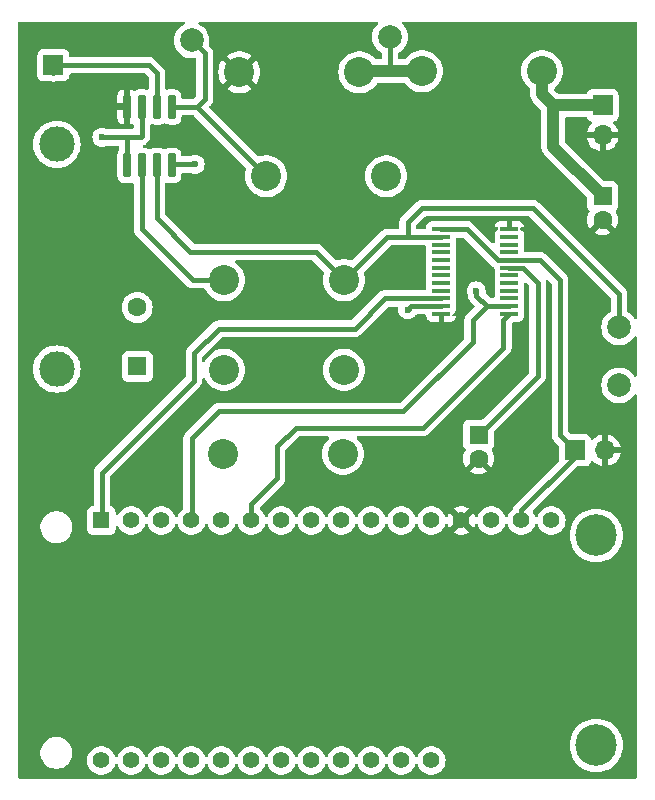
<source format=gbr>
%TF.GenerationSoftware,KiCad,Pcbnew,8.0.6*%
%TF.CreationDate,2025-02-20T03:10:46-08:00*%
%TF.ProjectId,ECE 412,45434520-3431-4322-9e6b-696361645f70,A*%
%TF.SameCoordinates,Original*%
%TF.FileFunction,Copper,L1,Top*%
%TF.FilePolarity,Positive*%
%FSLAX46Y46*%
G04 Gerber Fmt 4.6, Leading zero omitted, Abs format (unit mm)*
G04 Created by KiCad (PCBNEW 8.0.6) date 2025-02-20 03:10:46*
%MOMM*%
%LPD*%
G01*
G04 APERTURE LIST*
G04 Aperture macros list*
%AMRoundRect*
0 Rectangle with rounded corners*
0 $1 Rounding radius*
0 $2 $3 $4 $5 $6 $7 $8 $9 X,Y pos of 4 corners*
0 Add a 4 corners polygon primitive as box body*
4,1,4,$2,$3,$4,$5,$6,$7,$8,$9,$2,$3,0*
0 Add four circle primitives for the rounded corners*
1,1,$1+$1,$2,$3*
1,1,$1+$1,$4,$5*
1,1,$1+$1,$6,$7*
1,1,$1+$1,$8,$9*
0 Add four rect primitives between the rounded corners*
20,1,$1+$1,$2,$3,$4,$5,0*
20,1,$1+$1,$4,$5,$6,$7,0*
20,1,$1+$1,$6,$7,$8,$9,0*
20,1,$1+$1,$8,$9,$2,$3,0*%
G04 Aperture macros list end*
%TA.AperFunction,ComponentPad*%
%ADD10C,2.000000*%
%TD*%
%TA.AperFunction,ComponentPad*%
%ADD11C,2.540000*%
%TD*%
%TA.AperFunction,SMDPad,CuDef*%
%ADD12RoundRect,0.075000X-0.225000X0.910000X-0.225000X-0.910000X0.225000X-0.910000X0.225000X0.910000X0*%
%TD*%
%TA.AperFunction,ComponentPad*%
%ADD13R,1.700000X1.700000*%
%TD*%
%TA.AperFunction,ComponentPad*%
%ADD14O,1.700000X1.700000*%
%TD*%
%TA.AperFunction,ComponentPad*%
%ADD15R,1.600000X1.600000*%
%TD*%
%TA.AperFunction,ComponentPad*%
%ADD16C,1.600000*%
%TD*%
%TA.AperFunction,ComponentPad*%
%ADD17C,3.000000*%
%TD*%
%TA.AperFunction,SMDPad,CuDef*%
%ADD18RoundRect,0.051250X-0.698750X-0.153750X0.698750X-0.153750X0.698750X0.153750X-0.698750X0.153750X0*%
%TD*%
%TA.AperFunction,ComponentPad*%
%ADD19R,1.408000X1.408000*%
%TD*%
%TA.AperFunction,ComponentPad*%
%ADD20C,1.408000*%
%TD*%
%TA.AperFunction,ComponentPad*%
%ADD21C,3.516000*%
%TD*%
%TA.AperFunction,ViaPad*%
%ADD22C,0.600000*%
%TD*%
%TA.AperFunction,Conductor*%
%ADD23C,0.400000*%
%TD*%
%TA.AperFunction,Conductor*%
%ADD24C,1.000000*%
%TD*%
%TA.AperFunction,Conductor*%
%ADD25C,0.200000*%
%TD*%
G04 APERTURE END LIST*
D10*
%TO.P,TP4,1,1*%
%TO.N,Net-(U2-MISO{slash}IO19)*%
X184500000Y-83300000D03*
%TD*%
%TO.P,TP3,1,1*%
%TO.N,Net-(U4-OUTB)*%
X184500000Y-78400000D03*
%TD*%
%TO.P,TP2,1,1*%
%TO.N,Net-(U4-OUTA)*%
X148300000Y-54100000D03*
%TD*%
%TO.P,TP1,1,1*%
%TO.N,/4.5V*%
X165100000Y-53800000D03*
%TD*%
D11*
%TO.P,R4,1*%
%TO.N,Net-(U4-NEGB)*%
X164780000Y-65600000D03*
%TO.P,R4,2*%
%TO.N,Net-(U4-OUTA)*%
X154620000Y-65600000D03*
%TD*%
%TO.P,R2,1*%
%TO.N,/4.5V*%
X162500000Y-56800000D03*
%TO.P,R2,2*%
%TO.N,GND*%
X152340000Y-56800000D03*
%TD*%
D12*
%TO.P,U4,1,OUTA*%
%TO.N,Net-(U4-OUTA)*%
X146635000Y-59735000D03*
%TO.P,U4,2,NEGA*%
%TO.N,/Faraday Cup*%
X145365000Y-59735000D03*
%TO.P,U4,3,POSA*%
%TO.N,/4.5V*%
X144095000Y-59735000D03*
%TO.P,U4,4,V-*%
%TO.N,GND*%
X142825000Y-59735000D03*
%TO.P,U4,5,POSB*%
%TO.N,/4.5V*%
X142825000Y-64675000D03*
%TO.P,U4,6,NEGB*%
%TO.N,Net-(U4-NEGB)*%
X144095000Y-64675000D03*
%TO.P,U4,7,OUTB*%
%TO.N,Net-(U4-OUTB)*%
X145365000Y-64675000D03*
%TO.P,U4,8,V+*%
%TO.N,Net-(U4-V+)*%
X146635000Y-64675000D03*
%TD*%
D13*
%TO.P,J2,1,Pin_1*%
%TO.N,/3.3V*%
X180760000Y-88800000D03*
D14*
%TO.P,J2,2,Pin_2*%
%TO.N,GND*%
X183300000Y-88800000D03*
%TD*%
D15*
%TO.P,C4,1*%
%TO.N,Net-(U5-REFCAP)*%
X172600000Y-87500000D03*
D16*
%TO.P,C4,2*%
%TO.N,GND*%
X172600000Y-89500000D03*
%TD*%
D11*
%TO.P,R1,1*%
%TO.N,Net-(U4-V+)*%
X177980000Y-56700000D03*
%TO.P,R1,2*%
%TO.N,/4.5V*%
X167820000Y-56700000D03*
%TD*%
D17*
%TO.P,R3,1*%
%TO.N,Net-(U4-OUTA)*%
X136900000Y-81924974D03*
%TO.P,R3,2*%
%TO.N,/Faraday Cup*%
X136900000Y-62892974D03*
%TD*%
D11*
%TO.P,R6,1*%
%TO.N,Net-(U4-OUTB)*%
X161200000Y-82000000D03*
%TO.P,R6,2*%
%TO.N,Net-(U4-NEGB)*%
X151040000Y-82000000D03*
%TD*%
%TO.P,R7,1*%
%TO.N,Net-(U4-OUTB)*%
X161120000Y-89100000D03*
%TO.P,R7,2*%
%TO.N,Net-(U4-NEGB)*%
X150960000Y-89100000D03*
%TD*%
D15*
%TO.P,C3,1*%
%TO.N,Net-(U4-V+)*%
X183100000Y-67300000D03*
D16*
%TO.P,C3,2*%
%TO.N,GND*%
X183100000Y-69300000D03*
%TD*%
D13*
%TO.P,J1,1,Pin_1*%
%TO.N,/Faraday Cup*%
X136600000Y-56200000D03*
%TD*%
D18*
%TO.P,U5,1,AVDD1*%
%TO.N,/3.3V*%
X169430000Y-70100000D03*
%TO.P,U5,2,CH0*%
%TO.N,Net-(U4-OUTB)*%
X169430000Y-70750000D03*
%TO.P,U5,3,CH1*%
%TO.N,unconnected-(U5-CH1-Pad3)*%
X169430000Y-71400000D03*
%TO.P,U5,4,CH2*%
%TO.N,unconnected-(U5-CH2-Pad4)*%
X169430000Y-72050000D03*
%TO.P,U5,5,CH3*%
%TO.N,unconnected-(U5-CH3-Pad5)*%
X169430000Y-72700000D03*
%TO.P,U5,6,CH4*%
%TO.N,unconnected-(U5-CH4-Pad6)*%
X169430000Y-73350000D03*
%TO.P,U5,7,CH5*%
%TO.N,unconnected-(U5-CH5-Pad7)*%
X169430000Y-74000000D03*
%TO.P,U5,8,CH6*%
%TO.N,unconnected-(U5-CH6-Pad8)*%
X169430000Y-74650000D03*
%TO.P,U5,9,CH7*%
%TO.N,unconnected-(U5-CH7-Pad9)*%
X169430000Y-75300000D03*
%TO.P,U5,10,~{CS}*%
%TO.N,Net-(U2-IO21)*%
X169430000Y-75950000D03*
%TO.P,U5,11,DIN*%
%TO.N,Net-(DS1-D5)*%
X169430000Y-76600000D03*
%TO.P,U5,12,SSTRB*%
%TO.N,GND*%
X169430000Y-77250000D03*
%TO.P,U5,13,SCLK*%
%TO.N,Net-(DS1-D4)*%
X175200000Y-77250000D03*
%TO.P,U5,14,DOUT*%
%TO.N,Net-(U2-MISO{slash}IO19)*%
X175200000Y-76600000D03*
%TO.P,U5,15,DGND0*%
%TO.N,unconnected-(U5-DGND0-Pad15)*%
X175200000Y-75950000D03*
%TO.P,U5,16,DGND*%
%TO.N,unconnected-(U5-DGND-Pad16)*%
X175200000Y-75300000D03*
%TO.P,U5,17,DVDD0*%
%TO.N,unconnected-(U5-DVDD0-Pad17)*%
X175200000Y-74650000D03*
%TO.P,U5,18,DVDD*%
%TO.N,unconnected-(U5-DVDD-Pad18)*%
X175200000Y-74000000D03*
%TO.P,U5,19,REFCAP*%
%TO.N,Net-(U5-REFCAP)*%
X175200000Y-73350000D03*
%TO.P,U5,20,REF*%
%TO.N,/3.3V*%
X175200000Y-72700000D03*
%TO.P,U5,21,AGND3*%
%TO.N,unconnected-(U5-AGND3-Pad21)*%
X175200000Y-72050000D03*
%TO.P,U5,22,AVDD2*%
%TO.N,unconnected-(U5-AVDD2-Pad22)*%
X175200000Y-71400000D03*
%TO.P,U5,23,AGND2*%
%TO.N,unconnected-(U5-AGND2-Pad23)*%
X175200000Y-70750000D03*
%TO.P,U5,24,AGND1*%
%TO.N,GND*%
X175200000Y-70100000D03*
%TD*%
D13*
%TO.P,Vbat1,1,+*%
%TO.N,Net-(U4-V+)*%
X183100000Y-59600000D03*
D14*
%TO.P,Vbat1,2,-*%
%TO.N,GND*%
X183100000Y-62140000D03*
%TD*%
D15*
%TO.P,C5,1*%
%TO.N,Net-(U4-OUTA)*%
X143700000Y-81700000D03*
D16*
%TO.P,C5,2*%
%TO.N,/Faraday Cup*%
X143700000Y-76700000D03*
%TD*%
D19*
%TO.P,U2,1,IO21*%
%TO.N,Net-(U2-IO21)*%
X140660000Y-94740000D03*
D20*
%TO.P,U2,2,TX/IO17*%
%TO.N,Net-(DS1-D{slash}~{C})*%
X143200000Y-94740000D03*
%TO.P,U2,3,RX/IO16*%
%TO.N,Net-(DS1-~{RES})*%
X145740000Y-94740000D03*
%TO.P,U2,4,MISO/IO19*%
%TO.N,Net-(U2-MISO{slash}IO19)*%
X148280000Y-94740000D03*
%TO.P,U2,5,MOSI/IO18*%
%TO.N,Net-(DS1-D5)*%
X150820000Y-94740000D03*
%TO.P,U2,6,SCK/IO5*%
%TO.N,Net-(DS1-D4)*%
X153360000Y-94740000D03*
%TO.P,U2,7,A5/IO4*%
%TO.N,unconnected-(U2-A5{slash}IO4-Pad7)*%
X155900000Y-94740000D03*
%TO.P,U2,8,A4/IO36*%
%TO.N,unconnected-(U2-A4{slash}IO36-Pad8)*%
X158440000Y-94740000D03*
%TO.P,U2,9,A3/IO39*%
%TO.N,unconnected-(U2-A3{slash}IO39-Pad9)*%
X160980000Y-94740000D03*
%TO.P,U2,10,A2/IO34*%
%TO.N,unconnected-(U2-A2{slash}IO34-Pad10)*%
X163520000Y-94740000D03*
%TO.P,U2,11,A1_DAC1*%
%TO.N,unconnected-(U2-A1_DAC1-Pad11)*%
X166060000Y-94740000D03*
%TO.P,U2,12,A0_DAC2*%
%TO.N,unconnected-(U2-A0_DAC2-Pad12)*%
X168600000Y-94740000D03*
%TO.P,U2,13,GND*%
%TO.N,GND*%
X171140000Y-94740000D03*
%TO.P,U2,14,NC*%
%TO.N,unconnected-(U2-NC-Pad14)*%
X173680000Y-94740000D03*
%TO.P,U2,15,3V*%
%TO.N,/3.3V*%
X176220000Y-94740000D03*
%TO.P,U2,16,RST*%
%TO.N,unconnected-(U2-RST-Pad16)*%
X178760000Y-94740000D03*
%TO.P,U2,17,VBAT*%
%TO.N,unconnected-(U2-VBAT-Pad17)*%
X168600000Y-115060000D03*
%TO.P,U2,18,EN*%
%TO.N,unconnected-(U2-EN-Pad18)*%
X166060000Y-115060000D03*
%TO.P,U2,19,VBUS*%
%TO.N,unconnected-(U2-VBUS-Pad19)*%
X163520000Y-115060000D03*
%TO.P,U2,20,A12/IO13*%
%TO.N,unconnected-(U2-A12{slash}IO13-Pad20)*%
X160980000Y-115060000D03*
%TO.P,U2,21,A11/IO12*%
%TO.N,unconnected-(U2-A11{slash}IO12-Pad21)*%
X158440000Y-115060000D03*
%TO.P,U2,22,A10/IO27*%
%TO.N,unconnected-(U2-A10{slash}IO27-Pad22)*%
X155900000Y-115060000D03*
%TO.P,U2,23,A9/IO33*%
%TO.N,unconnected-(U2-A9{slash}IO33-Pad23)*%
X153360000Y-115060000D03*
%TO.P,U2,24,A8/IO15*%
%TO.N,unconnected-(U2-A8{slash}IO15-Pad24)*%
X150820000Y-115060000D03*
%TO.P,U2,25,A7/IO32*%
%TO.N,unconnected-(U2-A7{slash}IO32-Pad25)*%
X148280000Y-115060000D03*
%TO.P,U2,26,A6/IO14*%
%TO.N,unconnected-(U2-A6{slash}IO14-Pad26)*%
X145740000Y-115060000D03*
%TO.P,U2,27,SCL/IO22*%
%TO.N,Net-(DS1-~{CS})*%
X143200000Y-115060000D03*
%TO.P,U2,28,SDA/IO23*%
%TO.N,unconnected-(U2-SDA{slash}IO23-Pad28)*%
X140660000Y-115060000D03*
D21*
%TO.P,U2,P1*%
%TO.N,N/C*%
X182570000Y-96010000D03*
%TO.P,U2,P2*%
X182570000Y-113790000D03*
%TD*%
D11*
%TO.P,R5,1*%
%TO.N,Net-(U4-OUTB)*%
X161200000Y-74400000D03*
%TO.P,R5,2*%
%TO.N,Net-(U4-NEGB)*%
X151040000Y-74400000D03*
%TD*%
D22*
%TO.N,Net-(U2-MISO{slash}IO19)*%
X172400000Y-75300000D03*
%TO.N,GND*%
X140900000Y-59600000D03*
X184900000Y-54800000D03*
X179200000Y-115500000D03*
X135700000Y-111600000D03*
X134800000Y-88000000D03*
X184600000Y-92100000D03*
X134900000Y-60000000D03*
X148400000Y-56700000D03*
X172300000Y-73200000D03*
%TO.N,Net-(DS1-D5)*%
X166600000Y-76900000D03*
%TO.N,/4.5V*%
X140700000Y-62300000D03*
%TO.N,Net-(U4-V+)*%
X148600000Y-64600000D03*
%TD*%
D23*
%TO.N,Net-(U2-MISO{slash}IO19)*%
X172400000Y-75700000D02*
X173300000Y-76600000D01*
X172400000Y-75300000D02*
X172400000Y-75700000D01*
%TO.N,Net-(U4-OUTB)*%
X166600000Y-69500000D02*
X166600000Y-70750000D01*
X177200000Y-68300000D02*
X167800000Y-68300000D01*
X184500000Y-75600000D02*
X177200000Y-68300000D01*
X184500000Y-78400000D02*
X184500000Y-75600000D01*
X167800000Y-68300000D02*
X166600000Y-69500000D01*
X166600000Y-70750000D02*
X169430000Y-70750000D01*
X164850000Y-70750000D02*
X166600000Y-70750000D01*
%TO.N,Net-(U4-OUTA)*%
X149400000Y-59090000D02*
X148755000Y-59735000D01*
X149400000Y-55200000D02*
X149400000Y-59090000D01*
X148300000Y-54100000D02*
X149400000Y-55200000D01*
D24*
%TO.N,/4.5V*%
X165100000Y-56700000D02*
X167820000Y-56700000D01*
X163100000Y-56700000D02*
X165100000Y-56700000D01*
D23*
X165100000Y-53800000D02*
X165100000Y-56700000D01*
%TO.N,GND*%
X140900000Y-59600000D02*
X142690000Y-59600000D01*
D25*
X142690000Y-59600000D02*
X142825000Y-59735000D01*
D23*
X169400000Y-77280000D02*
X169430000Y-77250000D01*
%TO.N,Net-(U5-REFCAP)*%
X177600000Y-74600000D02*
X176350000Y-73350000D01*
X177600000Y-82500000D02*
X177600000Y-74600000D01*
X176350000Y-73350000D02*
X175200000Y-73350000D01*
X172600000Y-87500000D02*
X177600000Y-82500000D01*
%TO.N,Net-(U4-OUTA)*%
X148755000Y-59735000D02*
X146635000Y-59735000D01*
X154620000Y-65600000D02*
X148755000Y-59735000D01*
%TO.N,/Faraday Cup*%
X136600000Y-56894999D02*
X136600000Y-56200000D01*
X136600000Y-62592974D02*
X136900000Y-62892974D01*
X136035000Y-62314000D02*
X136035000Y-61914000D01*
X145365000Y-56865000D02*
X145365000Y-59735000D01*
X136900000Y-62892974D02*
X136900000Y-62900000D01*
X136600000Y-56200000D02*
X144700000Y-56200000D01*
X144700000Y-56200000D02*
X145365000Y-56865000D01*
%TO.N,Net-(DS1-D5)*%
X169430000Y-76600000D02*
X166900000Y-76600000D01*
X166900000Y-76600000D02*
X166600000Y-76900000D01*
%TO.N,Net-(DS1-D4)*%
X155540000Y-91160000D02*
X153360000Y-93340000D01*
X174695000Y-80105000D02*
X167900000Y-86900000D01*
X155540000Y-88460000D02*
X155540000Y-91160000D01*
X157100000Y-86900000D02*
X155540000Y-88460000D01*
X153360000Y-93340000D02*
X153360000Y-94740000D01*
X174695000Y-77755000D02*
X174695000Y-80105000D01*
X175200000Y-77250000D02*
X174695000Y-77755000D01*
X167900000Y-86900000D02*
X157100000Y-86900000D01*
%TO.N,/4.5V*%
X140700000Y-62300000D02*
X142800000Y-62300000D01*
X142800000Y-62300000D02*
X144000000Y-62300000D01*
X144095000Y-62205000D02*
X144095000Y-59735000D01*
X142825000Y-62325000D02*
X142800000Y-62300000D01*
X144000000Y-62300000D02*
X144095000Y-62205000D01*
X142825000Y-64675000D02*
X142825000Y-62325000D01*
%TO.N,Net-(U4-NEGB)*%
X144095000Y-64675000D02*
X144095000Y-70095000D01*
X148400000Y-74400000D02*
X151040000Y-74400000D01*
X144095000Y-70095000D02*
X148400000Y-74400000D01*
%TO.N,Net-(U4-OUTB)*%
X145365000Y-64675000D02*
X145365000Y-69165000D01*
X158800000Y-72000000D02*
X161200000Y-74400000D01*
X148200000Y-72000000D02*
X158800000Y-72000000D01*
X145365000Y-69165000D02*
X148200000Y-72000000D01*
X161200000Y-74400000D02*
X164850000Y-70750000D01*
%TO.N,Net-(U2-IO21)*%
X162100000Y-78500000D02*
X150600000Y-78500000D01*
X164650000Y-75950000D02*
X162100000Y-78500000D01*
X140700000Y-94700000D02*
X140660000Y-94740000D01*
X148500000Y-80600000D02*
X148500000Y-82900000D01*
X150600000Y-78500000D02*
X148500000Y-80600000D01*
X140700000Y-90700000D02*
X140700000Y-94700000D01*
X169430000Y-75950000D02*
X164650000Y-75950000D01*
X148500000Y-82900000D02*
X140700000Y-90700000D01*
%TO.N,Net-(U2-MISO{slash}IO19)*%
X172100000Y-79600000D02*
X166200000Y-85500000D01*
X148300000Y-94720000D02*
X148280000Y-94740000D01*
X166200000Y-85500000D02*
X150600000Y-85500000D01*
X172100000Y-77800000D02*
X172100000Y-79600000D01*
X150600000Y-85500000D02*
X148300000Y-87800000D01*
X175200000Y-76600000D02*
X173300000Y-76600000D01*
X173300000Y-76600000D02*
X172100000Y-77800000D01*
X148300000Y-87800000D02*
X148300000Y-94720000D01*
%TO.N,Net-(U4-V+)*%
X148600000Y-64600000D02*
X146710000Y-64600000D01*
D24*
X183100000Y-67300000D02*
X178900000Y-63100000D01*
D25*
X146710000Y-64600000D02*
X146635000Y-64675000D01*
D24*
X177980000Y-58680000D02*
X177980000Y-56700000D01*
X178900000Y-59600000D02*
X177980000Y-58680000D01*
X177900000Y-56620000D02*
X177980000Y-56700000D01*
X177980000Y-56700000D02*
X177980000Y-56680000D01*
X177980000Y-56680000D02*
X178000000Y-56660000D01*
X178900000Y-63100000D02*
X178900000Y-59600000D01*
X183100000Y-59600000D02*
X178900000Y-59600000D01*
D23*
%TO.N,/3.3V*%
X179500000Y-74400000D02*
X179500000Y-87540000D01*
X176220000Y-93880000D02*
X176220000Y-94740000D01*
X174209336Y-72700000D02*
X175200000Y-72700000D01*
X171609336Y-70100000D02*
X174209336Y-72700000D01*
X175200000Y-72700000D02*
X177800000Y-72700000D01*
X180760000Y-88800000D02*
X180760000Y-89340000D01*
X180760000Y-89340000D02*
X176220000Y-93880000D01*
X179500000Y-87540000D02*
X180760000Y-88800000D01*
X169430000Y-70100000D02*
X171609336Y-70100000D01*
X177800000Y-72700000D02*
X179500000Y-74400000D01*
%TD*%
%TA.AperFunction,Conductor*%
%TO.N,GND*%
G36*
X147680330Y-52520185D02*
G01*
X147726085Y-52572989D01*
X147736029Y-52642147D01*
X147707004Y-52705703D01*
X147672308Y-52733555D01*
X147476496Y-52839522D01*
X147476494Y-52839523D01*
X147280257Y-52992261D01*
X147111833Y-53175217D01*
X146975826Y-53383393D01*
X146875936Y-53611118D01*
X146814892Y-53852175D01*
X146814890Y-53852187D01*
X146794357Y-54099994D01*
X146794357Y-54100005D01*
X146814890Y-54347812D01*
X146814892Y-54347824D01*
X146875936Y-54588881D01*
X146975826Y-54816606D01*
X147111833Y-55024782D01*
X147111836Y-55024785D01*
X147280256Y-55207738D01*
X147476491Y-55360474D01*
X147695190Y-55478828D01*
X147930386Y-55559571D01*
X148175665Y-55600500D01*
X148424335Y-55600500D01*
X148555091Y-55578681D01*
X148624456Y-55587063D01*
X148678278Y-55631616D01*
X148699468Y-55698195D01*
X148699500Y-55700990D01*
X148699500Y-58748481D01*
X148679815Y-58815520D01*
X148663181Y-58836162D01*
X148501162Y-58998181D01*
X148439839Y-59031666D01*
X148413481Y-59034500D01*
X147559500Y-59034500D01*
X147492461Y-59014815D01*
X147446706Y-58962011D01*
X147435500Y-58910500D01*
X147435500Y-58787286D01*
X147435499Y-58787272D01*
X147430392Y-58748481D01*
X147420687Y-58674764D01*
X147362698Y-58534767D01*
X147270451Y-58414549D01*
X147150233Y-58322302D01*
X147150229Y-58322300D01*
X147052786Y-58281938D01*
X147010236Y-58264313D01*
X146996171Y-58262461D01*
X146897727Y-58249500D01*
X146897720Y-58249500D01*
X146372280Y-58249500D01*
X146372272Y-58249500D01*
X146259764Y-58264313D01*
X146259760Y-58264314D01*
X146236950Y-58273762D01*
X146167480Y-58281229D01*
X146105002Y-58249953D01*
X146069351Y-58189863D01*
X146065500Y-58159200D01*
X146065500Y-56796008D01*
X146065025Y-56793623D01*
X146065020Y-56793596D01*
X146038580Y-56660672D01*
X146024345Y-56626306D01*
X145985777Y-56533192D01*
X145909112Y-56418454D01*
X145146545Y-55655887D01*
X145031807Y-55579222D01*
X144904332Y-55526421D01*
X144904322Y-55526418D01*
X144768996Y-55499500D01*
X144768994Y-55499500D01*
X144768993Y-55499500D01*
X138074499Y-55499500D01*
X138007460Y-55479815D01*
X137961705Y-55427011D01*
X137950499Y-55375500D01*
X137950499Y-55302129D01*
X137950498Y-55302123D01*
X137950497Y-55302116D01*
X137944091Y-55242517D01*
X137931119Y-55207738D01*
X137893797Y-55107671D01*
X137893793Y-55107664D01*
X137807547Y-54992455D01*
X137807544Y-54992452D01*
X137692335Y-54906206D01*
X137692328Y-54906202D01*
X137557482Y-54855908D01*
X137557483Y-54855908D01*
X137497883Y-54849501D01*
X137497881Y-54849500D01*
X137497873Y-54849500D01*
X137497864Y-54849500D01*
X135702129Y-54849500D01*
X135702123Y-54849501D01*
X135642516Y-54855908D01*
X135507671Y-54906202D01*
X135507664Y-54906206D01*
X135392455Y-54992452D01*
X135392452Y-54992455D01*
X135306206Y-55107664D01*
X135306202Y-55107671D01*
X135255908Y-55242517D01*
X135249501Y-55302116D01*
X135249501Y-55302123D01*
X135249500Y-55302135D01*
X135249500Y-57097870D01*
X135249501Y-57097876D01*
X135255908Y-57157483D01*
X135306202Y-57292328D01*
X135306206Y-57292335D01*
X135392452Y-57407544D01*
X135392455Y-57407547D01*
X135507664Y-57493793D01*
X135507671Y-57493797D01*
X135552618Y-57510561D01*
X135642517Y-57544091D01*
X135702127Y-57550500D01*
X136327358Y-57550499D01*
X136374810Y-57559938D01*
X136395667Y-57568577D01*
X136395672Y-57568579D01*
X136395676Y-57568579D01*
X136395677Y-57568580D01*
X136531004Y-57595499D01*
X136531007Y-57595499D01*
X136668995Y-57595499D01*
X136760041Y-57577388D01*
X136804328Y-57568579D01*
X136812646Y-57565133D01*
X136825190Y-57559938D01*
X136872642Y-57550499D01*
X137497871Y-57550499D01*
X137497872Y-57550499D01*
X137557483Y-57544091D01*
X137692331Y-57493796D01*
X137807546Y-57407546D01*
X137893796Y-57292331D01*
X137944091Y-57157483D01*
X137950500Y-57097873D01*
X137950500Y-57024500D01*
X137970185Y-56957461D01*
X138022989Y-56911706D01*
X138074500Y-56900500D01*
X144358481Y-56900500D01*
X144425520Y-56920185D01*
X144446162Y-56936819D01*
X144628181Y-57118838D01*
X144661666Y-57180161D01*
X144664500Y-57206519D01*
X144664500Y-58159200D01*
X144644815Y-58226239D01*
X144592011Y-58271994D01*
X144522853Y-58281938D01*
X144493050Y-58273762D01*
X144470239Y-58264314D01*
X144470237Y-58264313D01*
X144470236Y-58264313D01*
X144456171Y-58262461D01*
X144357727Y-58249500D01*
X144357720Y-58249500D01*
X143832280Y-58249500D01*
X143832272Y-58249500D01*
X143719764Y-58264313D01*
X143719763Y-58264313D01*
X143579769Y-58322300D01*
X143579766Y-58322302D01*
X143535076Y-58356594D01*
X143469906Y-58381788D01*
X143401462Y-58367749D01*
X143384104Y-58356594D01*
X143339980Y-58322737D01*
X143339981Y-58322737D01*
X143200108Y-58264801D01*
X143200104Y-58264800D01*
X143087697Y-58250000D01*
X143075000Y-58250000D01*
X143075000Y-61220000D01*
X143087683Y-61220000D01*
X143087697Y-61219999D01*
X143200104Y-61205199D01*
X143200108Y-61205198D01*
X143223048Y-61195697D01*
X143292517Y-61188228D01*
X143354996Y-61219504D01*
X143390648Y-61279593D01*
X143394500Y-61310258D01*
X143394500Y-61475500D01*
X143374815Y-61542539D01*
X143322011Y-61588294D01*
X143270500Y-61599500D01*
X141125494Y-61599500D01*
X141059523Y-61580494D01*
X141049525Y-61574212D01*
X140879254Y-61514631D01*
X140879249Y-61514630D01*
X140700004Y-61494435D01*
X140699996Y-61494435D01*
X140520750Y-61514630D01*
X140520745Y-61514631D01*
X140350476Y-61574211D01*
X140197737Y-61670184D01*
X140070184Y-61797737D01*
X139974211Y-61950476D01*
X139914631Y-62120745D01*
X139914630Y-62120750D01*
X139894435Y-62299996D01*
X139894435Y-62300003D01*
X139914630Y-62479249D01*
X139914631Y-62479254D01*
X139974211Y-62649523D01*
X140070184Y-62802262D01*
X140197738Y-62929816D01*
X140231355Y-62950939D01*
X140350474Y-63025787D01*
X140350478Y-63025789D01*
X140485368Y-63072989D01*
X140520745Y-63085368D01*
X140520750Y-63085369D01*
X140699996Y-63105565D01*
X140700000Y-63105565D01*
X140700004Y-63105565D01*
X140879249Y-63085369D01*
X140879252Y-63085368D01*
X140879255Y-63085368D01*
X141049522Y-63025789D01*
X141050488Y-63025181D01*
X141059523Y-63019506D01*
X141125494Y-63000500D01*
X142000500Y-63000500D01*
X142067539Y-63020185D01*
X142113294Y-63072989D01*
X142124500Y-63124500D01*
X142124500Y-63397229D01*
X142104815Y-63464268D01*
X142098879Y-63472712D01*
X142097301Y-63474768D01*
X142097300Y-63474769D01*
X142039313Y-63614763D01*
X142039313Y-63614764D01*
X142024500Y-63727272D01*
X142024500Y-65622727D01*
X142039313Y-65735235D01*
X142039313Y-65735236D01*
X142092905Y-65864619D01*
X142097302Y-65875233D01*
X142189549Y-65995451D01*
X142309767Y-66087698D01*
X142449764Y-66145687D01*
X142562280Y-66160500D01*
X142562287Y-66160500D01*
X143087713Y-66160500D01*
X143087720Y-66160500D01*
X143200236Y-66145687D01*
X143223048Y-66136237D01*
X143292516Y-66128769D01*
X143354996Y-66160044D01*
X143390648Y-66220133D01*
X143394500Y-66250799D01*
X143394500Y-70026006D01*
X143394500Y-70163994D01*
X143394500Y-70163996D01*
X143394499Y-70163996D01*
X143421418Y-70299322D01*
X143421421Y-70299332D01*
X143474222Y-70426807D01*
X143550887Y-70541545D01*
X143550888Y-70541546D01*
X147855886Y-74846542D01*
X147924505Y-74915161D01*
X147953459Y-74944115D01*
X148068182Y-75020771D01*
X148068189Y-75020775D01*
X148130399Y-75046543D01*
X148195671Y-75073580D01*
X148211412Y-75076711D01*
X148241310Y-75082658D01*
X148331004Y-75100500D01*
X148331007Y-75100500D01*
X149328811Y-75100500D01*
X149395850Y-75120185D01*
X149437129Y-75166853D01*
X149438041Y-75166327D01*
X149440361Y-75170345D01*
X149573042Y-75400155D01*
X149738492Y-75607623D01*
X149933016Y-75788114D01*
X150152268Y-75937598D01*
X150391350Y-76052734D01*
X150644922Y-76130950D01*
X150644923Y-76130950D01*
X150644926Y-76130951D01*
X150907311Y-76170499D01*
X150907316Y-76170499D01*
X150907319Y-76170500D01*
X150907320Y-76170500D01*
X151172680Y-76170500D01*
X151172681Y-76170500D01*
X151172688Y-76170499D01*
X151435073Y-76130951D01*
X151435074Y-76130950D01*
X151435078Y-76130950D01*
X151688650Y-76052734D01*
X151927733Y-75937598D01*
X152146984Y-75788114D01*
X152341508Y-75607623D01*
X152506958Y-75400155D01*
X152639639Y-75170345D01*
X152736586Y-74923327D01*
X152795635Y-74664619D01*
X152807395Y-74507692D01*
X152815465Y-74400004D01*
X152815465Y-74399995D01*
X152795636Y-74135390D01*
X152795635Y-74135385D01*
X152795635Y-74135381D01*
X152736586Y-73876673D01*
X152639639Y-73629655D01*
X152506958Y-73399845D01*
X152341508Y-73192377D01*
X152146984Y-73011886D01*
X152022408Y-72926951D01*
X151978109Y-72872925D01*
X151970051Y-72803521D01*
X152000793Y-72740779D01*
X152060577Y-72704617D01*
X152092263Y-72700500D01*
X158458481Y-72700500D01*
X158525520Y-72720185D01*
X158546162Y-72736819D01*
X159497471Y-73688128D01*
X159530956Y-73749451D01*
X159525972Y-73819143D01*
X159525219Y-73821109D01*
X159503413Y-73876671D01*
X159444364Y-74135385D01*
X159444363Y-74135390D01*
X159424535Y-74399995D01*
X159424535Y-74400004D01*
X159444363Y-74664609D01*
X159444364Y-74664614D01*
X159444364Y-74664618D01*
X159444365Y-74664619D01*
X159450194Y-74690157D01*
X159503410Y-74923313D01*
X159503412Y-74923322D01*
X159503414Y-74923327D01*
X159600361Y-75170345D01*
X159733042Y-75400155D01*
X159898492Y-75607623D01*
X160093016Y-75788114D01*
X160312268Y-75937598D01*
X160551350Y-76052734D01*
X160804922Y-76130950D01*
X160804923Y-76130950D01*
X160804926Y-76130951D01*
X161067311Y-76170499D01*
X161067316Y-76170499D01*
X161067319Y-76170500D01*
X161067320Y-76170500D01*
X161332680Y-76170500D01*
X161332681Y-76170500D01*
X161332688Y-76170499D01*
X161595073Y-76130951D01*
X161595074Y-76130950D01*
X161595078Y-76130950D01*
X161848650Y-76052734D01*
X162087733Y-75937598D01*
X162306984Y-75788114D01*
X162501508Y-75607623D01*
X162666958Y-75400155D01*
X162799639Y-75170345D01*
X162896586Y-74923327D01*
X162955635Y-74664619D01*
X162967395Y-74507692D01*
X162975465Y-74400004D01*
X162975465Y-74399995D01*
X162955636Y-74135390D01*
X162955635Y-74135385D01*
X162955635Y-74135381D01*
X162896586Y-73876673D01*
X162874778Y-73821108D01*
X162868610Y-73751517D01*
X162901047Y-73689633D01*
X162902465Y-73688190D01*
X165103838Y-71486819D01*
X165165161Y-71453334D01*
X165191519Y-71450500D01*
X166531007Y-71450500D01*
X168055500Y-71450500D01*
X168122539Y-71470185D01*
X168168294Y-71522989D01*
X168179500Y-71574500D01*
X168179500Y-71596944D01*
X168186276Y-71653369D01*
X168190148Y-71685617D01*
X168192095Y-71693317D01*
X168189068Y-71694082D01*
X168194008Y-71749170D01*
X168191822Y-71756614D01*
X168192095Y-71756683D01*
X168190148Y-71764382D01*
X168185308Y-71804691D01*
X168179500Y-71853056D01*
X168179500Y-72246944D01*
X168186276Y-72303369D01*
X168190148Y-72335617D01*
X168192095Y-72343317D01*
X168189068Y-72344082D01*
X168194008Y-72399170D01*
X168191822Y-72406614D01*
X168192095Y-72406683D01*
X168190148Y-72414382D01*
X168185308Y-72454691D01*
X168179500Y-72503056D01*
X168179500Y-72896944D01*
X168183104Y-72926954D01*
X168190148Y-72985617D01*
X168192095Y-72993317D01*
X168189068Y-72994082D01*
X168194008Y-73049170D01*
X168191822Y-73056614D01*
X168192095Y-73056683D01*
X168190148Y-73064382D01*
X168185308Y-73104691D01*
X168179500Y-73153056D01*
X168179500Y-73546944D01*
X168186276Y-73603369D01*
X168190148Y-73635617D01*
X168192095Y-73643317D01*
X168189068Y-73644082D01*
X168194008Y-73699170D01*
X168191822Y-73706614D01*
X168192095Y-73706683D01*
X168190148Y-73714382D01*
X168186407Y-73745537D01*
X168179500Y-73803056D01*
X168179500Y-74196944D01*
X168186276Y-74253369D01*
X168190148Y-74285617D01*
X168192095Y-74293317D01*
X168189068Y-74294082D01*
X168194008Y-74349170D01*
X168191822Y-74356614D01*
X168192095Y-74356683D01*
X168190148Y-74364382D01*
X168188784Y-74375743D01*
X168179500Y-74453056D01*
X168179500Y-74846944D01*
X168186276Y-74903369D01*
X168190148Y-74935617D01*
X168192095Y-74943317D01*
X168189068Y-74944082D01*
X168194008Y-74999170D01*
X168191822Y-75006614D01*
X168192095Y-75006683D01*
X168190148Y-75014382D01*
X168186287Y-75046541D01*
X168179500Y-75103056D01*
X168179500Y-75103062D01*
X168179500Y-75125500D01*
X168159815Y-75192539D01*
X168107011Y-75238294D01*
X168055500Y-75249500D01*
X164581004Y-75249500D01*
X164445677Y-75276418D01*
X164445667Y-75276421D01*
X164318192Y-75329222D01*
X164203454Y-75405887D01*
X164203453Y-75405888D01*
X161846162Y-77763181D01*
X161784839Y-77796666D01*
X161758481Y-77799500D01*
X150531003Y-77799500D01*
X150422590Y-77821065D01*
X150422589Y-77821065D01*
X150409131Y-77823742D01*
X150395673Y-77826419D01*
X150369268Y-77837356D01*
X150342866Y-77848292D01*
X150342864Y-77848293D01*
X150342863Y-77848292D01*
X150268191Y-77879223D01*
X150197081Y-77926738D01*
X150197080Y-77926739D01*
X150186246Y-77933977D01*
X150153454Y-77955888D01*
X147955883Y-80153459D01*
X147942166Y-80173991D01*
X147942164Y-80173994D01*
X147879228Y-80268182D01*
X147879221Y-80268195D01*
X147826421Y-80395667D01*
X147826418Y-80395677D01*
X147799500Y-80531004D01*
X147799500Y-82558480D01*
X147779815Y-82625519D01*
X147763181Y-82646161D01*
X140155890Y-90253451D01*
X140155884Y-90253458D01*
X140119694Y-90307622D01*
X140119694Y-90307623D01*
X140099459Y-90337906D01*
X140079225Y-90368188D01*
X140079221Y-90368195D01*
X140026421Y-90495667D01*
X140026418Y-90495677D01*
X139999500Y-90631004D01*
X139999500Y-93414293D01*
X139979815Y-93481332D01*
X139927011Y-93527087D01*
X139888755Y-93537583D01*
X139848516Y-93541909D01*
X139713671Y-93592202D01*
X139713664Y-93592206D01*
X139598455Y-93678452D01*
X139598452Y-93678455D01*
X139512206Y-93793664D01*
X139512202Y-93793671D01*
X139461908Y-93928517D01*
X139455501Y-93988116D01*
X139455501Y-93988123D01*
X139455500Y-93988135D01*
X139455500Y-95491870D01*
X139455501Y-95491876D01*
X139461908Y-95551483D01*
X139512202Y-95686328D01*
X139512206Y-95686335D01*
X139598452Y-95801544D01*
X139598455Y-95801547D01*
X139713664Y-95887793D01*
X139713671Y-95887797D01*
X139848517Y-95938091D01*
X139848516Y-95938091D01*
X139855444Y-95938835D01*
X139908127Y-95944500D01*
X141411872Y-95944499D01*
X141471483Y-95938091D01*
X141606331Y-95887796D01*
X141721546Y-95801546D01*
X141807796Y-95686331D01*
X141858091Y-95551483D01*
X141864500Y-95491873D01*
X141864499Y-95287426D01*
X141884183Y-95220389D01*
X141936987Y-95174634D01*
X142006145Y-95164690D01*
X142069701Y-95193715D01*
X142099499Y-95232156D01*
X142171389Y-95376529D01*
X142171526Y-95376804D01*
X142306050Y-95554943D01*
X142471017Y-95705330D01*
X142471024Y-95705334D01*
X142471025Y-95705335D01*
X142660804Y-95822841D01*
X142660805Y-95822841D01*
X142660808Y-95822843D01*
X142868961Y-95903482D01*
X143088387Y-95944500D01*
X143088389Y-95944500D01*
X143311611Y-95944500D01*
X143311613Y-95944500D01*
X143531039Y-95903482D01*
X143739192Y-95822843D01*
X143928983Y-95705330D01*
X144093950Y-95554943D01*
X144228474Y-95376804D01*
X144327974Y-95176980D01*
X144350733Y-95096987D01*
X144388012Y-95037895D01*
X144451322Y-95008337D01*
X144520562Y-95017699D01*
X144573748Y-95063008D01*
X144589267Y-95096989D01*
X144612026Y-95176982D01*
X144711389Y-95376529D01*
X144711526Y-95376804D01*
X144846050Y-95554943D01*
X145011017Y-95705330D01*
X145011024Y-95705334D01*
X145011025Y-95705335D01*
X145200804Y-95822841D01*
X145200805Y-95822841D01*
X145200808Y-95822843D01*
X145408961Y-95903482D01*
X145628387Y-95944500D01*
X145628389Y-95944500D01*
X145851611Y-95944500D01*
X145851613Y-95944500D01*
X146071039Y-95903482D01*
X146279192Y-95822843D01*
X146468983Y-95705330D01*
X146633950Y-95554943D01*
X146768474Y-95376804D01*
X146867974Y-95176980D01*
X146890733Y-95096987D01*
X146928012Y-95037895D01*
X146991322Y-95008337D01*
X147060562Y-95017699D01*
X147113748Y-95063008D01*
X147129267Y-95096989D01*
X147152026Y-95176982D01*
X147251389Y-95376529D01*
X147251526Y-95376804D01*
X147386050Y-95554943D01*
X147551017Y-95705330D01*
X147551024Y-95705334D01*
X147551025Y-95705335D01*
X147740804Y-95822841D01*
X147740805Y-95822841D01*
X147740808Y-95822843D01*
X147948961Y-95903482D01*
X148168387Y-95944500D01*
X148168389Y-95944500D01*
X148391611Y-95944500D01*
X148391613Y-95944500D01*
X148611039Y-95903482D01*
X148819192Y-95822843D01*
X149008983Y-95705330D01*
X149173950Y-95554943D01*
X149308474Y-95376804D01*
X149407974Y-95176980D01*
X149430733Y-95096987D01*
X149468012Y-95037895D01*
X149531322Y-95008337D01*
X149600562Y-95017699D01*
X149653748Y-95063008D01*
X149669267Y-95096989D01*
X149692026Y-95176982D01*
X149791389Y-95376529D01*
X149791526Y-95376804D01*
X149926050Y-95554943D01*
X150091017Y-95705330D01*
X150091024Y-95705334D01*
X150091025Y-95705335D01*
X150280804Y-95822841D01*
X150280805Y-95822841D01*
X150280808Y-95822843D01*
X150488961Y-95903482D01*
X150708387Y-95944500D01*
X150708389Y-95944500D01*
X150931611Y-95944500D01*
X150931613Y-95944500D01*
X151151039Y-95903482D01*
X151359192Y-95822843D01*
X151548983Y-95705330D01*
X151713950Y-95554943D01*
X151848474Y-95376804D01*
X151947974Y-95176980D01*
X151970733Y-95096987D01*
X152008012Y-95037895D01*
X152071322Y-95008337D01*
X152140562Y-95017699D01*
X152193748Y-95063008D01*
X152209267Y-95096989D01*
X152232026Y-95176982D01*
X152331389Y-95376529D01*
X152331526Y-95376804D01*
X152466050Y-95554943D01*
X152631017Y-95705330D01*
X152631024Y-95705334D01*
X152631025Y-95705335D01*
X152820804Y-95822841D01*
X152820805Y-95822841D01*
X152820808Y-95822843D01*
X153028961Y-95903482D01*
X153248387Y-95944500D01*
X153248389Y-95944500D01*
X153471611Y-95944500D01*
X153471613Y-95944500D01*
X153691039Y-95903482D01*
X153899192Y-95822843D01*
X154088983Y-95705330D01*
X154253950Y-95554943D01*
X154388474Y-95376804D01*
X154487974Y-95176980D01*
X154510733Y-95096987D01*
X154548012Y-95037895D01*
X154611322Y-95008337D01*
X154680562Y-95017699D01*
X154733748Y-95063008D01*
X154749267Y-95096989D01*
X154772026Y-95176982D01*
X154871389Y-95376529D01*
X154871526Y-95376804D01*
X155006050Y-95554943D01*
X155171017Y-95705330D01*
X155171024Y-95705334D01*
X155171025Y-95705335D01*
X155360804Y-95822841D01*
X155360805Y-95822841D01*
X155360808Y-95822843D01*
X155568961Y-95903482D01*
X155788387Y-95944500D01*
X155788389Y-95944500D01*
X156011611Y-95944500D01*
X156011613Y-95944500D01*
X156231039Y-95903482D01*
X156439192Y-95822843D01*
X156628983Y-95705330D01*
X156793950Y-95554943D01*
X156928474Y-95376804D01*
X157027974Y-95176980D01*
X157050733Y-95096987D01*
X157088012Y-95037895D01*
X157151322Y-95008337D01*
X157220562Y-95017699D01*
X157273748Y-95063008D01*
X157289267Y-95096989D01*
X157312026Y-95176982D01*
X157411389Y-95376529D01*
X157411526Y-95376804D01*
X157546050Y-95554943D01*
X157711017Y-95705330D01*
X157711024Y-95705334D01*
X157711025Y-95705335D01*
X157900804Y-95822841D01*
X157900805Y-95822841D01*
X157900808Y-95822843D01*
X158108961Y-95903482D01*
X158328387Y-95944500D01*
X158328389Y-95944500D01*
X158551611Y-95944500D01*
X158551613Y-95944500D01*
X158771039Y-95903482D01*
X158979192Y-95822843D01*
X159168983Y-95705330D01*
X159333950Y-95554943D01*
X159468474Y-95376804D01*
X159567974Y-95176980D01*
X159590733Y-95096987D01*
X159628012Y-95037895D01*
X159691322Y-95008337D01*
X159760562Y-95017699D01*
X159813748Y-95063008D01*
X159829267Y-95096989D01*
X159852026Y-95176982D01*
X159951389Y-95376529D01*
X159951526Y-95376804D01*
X160086050Y-95554943D01*
X160251017Y-95705330D01*
X160251024Y-95705334D01*
X160251025Y-95705335D01*
X160440804Y-95822841D01*
X160440805Y-95822841D01*
X160440808Y-95822843D01*
X160648961Y-95903482D01*
X160868387Y-95944500D01*
X160868389Y-95944500D01*
X161091611Y-95944500D01*
X161091613Y-95944500D01*
X161311039Y-95903482D01*
X161519192Y-95822843D01*
X161708983Y-95705330D01*
X161873950Y-95554943D01*
X162008474Y-95376804D01*
X162107974Y-95176980D01*
X162130733Y-95096987D01*
X162168012Y-95037895D01*
X162231322Y-95008337D01*
X162300562Y-95017699D01*
X162353748Y-95063008D01*
X162369267Y-95096989D01*
X162392026Y-95176982D01*
X162491389Y-95376529D01*
X162491526Y-95376804D01*
X162626050Y-95554943D01*
X162791017Y-95705330D01*
X162791024Y-95705334D01*
X162791025Y-95705335D01*
X162980804Y-95822841D01*
X162980805Y-95822841D01*
X162980808Y-95822843D01*
X163188961Y-95903482D01*
X163408387Y-95944500D01*
X163408389Y-95944500D01*
X163631611Y-95944500D01*
X163631613Y-95944500D01*
X163851039Y-95903482D01*
X164059192Y-95822843D01*
X164248983Y-95705330D01*
X164413950Y-95554943D01*
X164548474Y-95376804D01*
X164647974Y-95176980D01*
X164670733Y-95096987D01*
X164708012Y-95037895D01*
X164771322Y-95008337D01*
X164840562Y-95017699D01*
X164893748Y-95063008D01*
X164909267Y-95096989D01*
X164932026Y-95176982D01*
X165031389Y-95376529D01*
X165031526Y-95376804D01*
X165166050Y-95554943D01*
X165331017Y-95705330D01*
X165331024Y-95705334D01*
X165331025Y-95705335D01*
X165520804Y-95822841D01*
X165520805Y-95822841D01*
X165520808Y-95822843D01*
X165728961Y-95903482D01*
X165948387Y-95944500D01*
X165948389Y-95944500D01*
X166171611Y-95944500D01*
X166171613Y-95944500D01*
X166391039Y-95903482D01*
X166599192Y-95822843D01*
X166788983Y-95705330D01*
X166953950Y-95554943D01*
X167088474Y-95376804D01*
X167187974Y-95176980D01*
X167210733Y-95096987D01*
X167248012Y-95037895D01*
X167311322Y-95008337D01*
X167380562Y-95017699D01*
X167433748Y-95063008D01*
X167449267Y-95096989D01*
X167472026Y-95176982D01*
X167571389Y-95376529D01*
X167571526Y-95376804D01*
X167706050Y-95554943D01*
X167871017Y-95705330D01*
X167871024Y-95705334D01*
X167871025Y-95705335D01*
X168060804Y-95822841D01*
X168060805Y-95822841D01*
X168060808Y-95822843D01*
X168268961Y-95903482D01*
X168488387Y-95944500D01*
X168488389Y-95944500D01*
X168711611Y-95944500D01*
X168711613Y-95944500D01*
X168931039Y-95903482D01*
X169139192Y-95822843D01*
X169328983Y-95705330D01*
X169493950Y-95554943D01*
X169628474Y-95376804D01*
X169727974Y-95176980D01*
X169750993Y-95096073D01*
X169788272Y-95036981D01*
X169851582Y-95007423D01*
X169920821Y-95016785D01*
X169974008Y-95062094D01*
X169989526Y-95096074D01*
X170012492Y-95176793D01*
X170012498Y-95176808D01*
X170111953Y-95376540D01*
X170128282Y-95398163D01*
X170697861Y-94828584D01*
X170720667Y-94913694D01*
X170779910Y-95016306D01*
X170863694Y-95100090D01*
X170966306Y-95159333D01*
X171051414Y-95182137D01*
X170483766Y-95749785D01*
X170601031Y-95822393D01*
X170601032Y-95822394D01*
X170809095Y-95902997D01*
X171028435Y-95944000D01*
X171251565Y-95944000D01*
X171470904Y-95902997D01*
X171678967Y-95822394D01*
X171678971Y-95822392D01*
X171796231Y-95749786D01*
X171796231Y-95749785D01*
X171228585Y-95182137D01*
X171313694Y-95159333D01*
X171416306Y-95100090D01*
X171500090Y-95016306D01*
X171559333Y-94913694D01*
X171582138Y-94828585D01*
X172151716Y-95398163D01*
X172168049Y-95376536D01*
X172168053Y-95376529D01*
X172267499Y-95176813D01*
X172267504Y-95176800D01*
X172290472Y-95096075D01*
X172327751Y-95036981D01*
X172391061Y-95007423D01*
X172460300Y-95016784D01*
X172513487Y-95062094D01*
X172529005Y-95096073D01*
X172552024Y-95176977D01*
X172552026Y-95176981D01*
X172558509Y-95190000D01*
X172651526Y-95376804D01*
X172786050Y-95554943D01*
X172951017Y-95705330D01*
X172951024Y-95705334D01*
X172951025Y-95705335D01*
X173140804Y-95822841D01*
X173140805Y-95822841D01*
X173140808Y-95822843D01*
X173348961Y-95903482D01*
X173568387Y-95944500D01*
X173568389Y-95944500D01*
X173791611Y-95944500D01*
X173791613Y-95944500D01*
X174011039Y-95903482D01*
X174219192Y-95822843D01*
X174408983Y-95705330D01*
X174573950Y-95554943D01*
X174708474Y-95376804D01*
X174807974Y-95176980D01*
X174830733Y-95096987D01*
X174868012Y-95037895D01*
X174931322Y-95008337D01*
X175000562Y-95017699D01*
X175053748Y-95063008D01*
X175069267Y-95096989D01*
X175092026Y-95176982D01*
X175191389Y-95376529D01*
X175191526Y-95376804D01*
X175326050Y-95554943D01*
X175491017Y-95705330D01*
X175491024Y-95705334D01*
X175491025Y-95705335D01*
X175680804Y-95822841D01*
X175680805Y-95822841D01*
X175680808Y-95822843D01*
X175888961Y-95903482D01*
X176108387Y-95944500D01*
X176108389Y-95944500D01*
X176331611Y-95944500D01*
X176331613Y-95944500D01*
X176551039Y-95903482D01*
X176759192Y-95822843D01*
X176948983Y-95705330D01*
X177113950Y-95554943D01*
X177248474Y-95376804D01*
X177347974Y-95176980D01*
X177370733Y-95096987D01*
X177408012Y-95037895D01*
X177471322Y-95008337D01*
X177540562Y-95017699D01*
X177593748Y-95063008D01*
X177609267Y-95096989D01*
X177632026Y-95176982D01*
X177731389Y-95376529D01*
X177731526Y-95376804D01*
X177866050Y-95554943D01*
X178031017Y-95705330D01*
X178031024Y-95705334D01*
X178031025Y-95705335D01*
X178220804Y-95822841D01*
X178220805Y-95822841D01*
X178220808Y-95822843D01*
X178428961Y-95903482D01*
X178648387Y-95944500D01*
X178648389Y-95944500D01*
X178871611Y-95944500D01*
X178871613Y-95944500D01*
X179091039Y-95903482D01*
X179299192Y-95822843D01*
X179488983Y-95705330D01*
X179653950Y-95554943D01*
X179788474Y-95376804D01*
X179887974Y-95176980D01*
X179887974Y-95176977D01*
X179887976Y-95176975D01*
X179933553Y-95016785D01*
X179949063Y-94962274D01*
X179969660Y-94740000D01*
X179949063Y-94517726D01*
X179924589Y-94431708D01*
X179887976Y-94303024D01*
X179887973Y-94303018D01*
X179832978Y-94192573D01*
X179788474Y-94103196D01*
X179653950Y-93925057D01*
X179488983Y-93774670D01*
X179488979Y-93774667D01*
X179488974Y-93774664D01*
X179299195Y-93657158D01*
X179299189Y-93657156D01*
X179091039Y-93576518D01*
X178871613Y-93535500D01*
X178648387Y-93535500D01*
X178428961Y-93576518D01*
X178330970Y-93614480D01*
X178220810Y-93657156D01*
X178220804Y-93657158D01*
X178031025Y-93774664D01*
X178031015Y-93774671D01*
X177866051Y-93925055D01*
X177731526Y-94103195D01*
X177632026Y-94303018D01*
X177632023Y-94303024D01*
X177609266Y-94383011D01*
X177571987Y-94442104D01*
X177508678Y-94471662D01*
X177439438Y-94462300D01*
X177386252Y-94416991D01*
X177370734Y-94383011D01*
X177347976Y-94303024D01*
X177347973Y-94303018D01*
X177248472Y-94103192D01*
X177201198Y-94040591D01*
X177176506Y-93975230D01*
X177191071Y-93906896D01*
X177212468Y-93878187D01*
X180903838Y-90186818D01*
X180965161Y-90153333D01*
X180991519Y-90150499D01*
X181657871Y-90150499D01*
X181657872Y-90150499D01*
X181717483Y-90144091D01*
X181852331Y-90093796D01*
X181967546Y-90007546D01*
X182053796Y-89892331D01*
X182103002Y-89760401D01*
X182144872Y-89704468D01*
X182210337Y-89680050D01*
X182278610Y-89694901D01*
X182306865Y-89716053D01*
X182428917Y-89838105D01*
X182622421Y-89973600D01*
X182836507Y-90073429D01*
X182836516Y-90073433D01*
X183050000Y-90130634D01*
X183050000Y-89233012D01*
X183107007Y-89265925D01*
X183234174Y-89300000D01*
X183365826Y-89300000D01*
X183492993Y-89265925D01*
X183550000Y-89233012D01*
X183550000Y-90130633D01*
X183763483Y-90073433D01*
X183763492Y-90073429D01*
X183977578Y-89973600D01*
X184171082Y-89838105D01*
X184338105Y-89671082D01*
X184473600Y-89477578D01*
X184573429Y-89263492D01*
X184573432Y-89263486D01*
X184630636Y-89050000D01*
X183733012Y-89050000D01*
X183765925Y-88992993D01*
X183800000Y-88865826D01*
X183800000Y-88734174D01*
X183765925Y-88607007D01*
X183733012Y-88550000D01*
X184630636Y-88550000D01*
X184630635Y-88549999D01*
X184573432Y-88336513D01*
X184573429Y-88336507D01*
X184473600Y-88122422D01*
X184473599Y-88122420D01*
X184338113Y-87928926D01*
X184338108Y-87928920D01*
X184171082Y-87761894D01*
X183977578Y-87626399D01*
X183763492Y-87526570D01*
X183763486Y-87526567D01*
X183550000Y-87469364D01*
X183550000Y-88366988D01*
X183492993Y-88334075D01*
X183365826Y-88300000D01*
X183234174Y-88300000D01*
X183107007Y-88334075D01*
X183050000Y-88366988D01*
X183050000Y-87469364D01*
X183049999Y-87469364D01*
X182836513Y-87526567D01*
X182836507Y-87526570D01*
X182622422Y-87626399D01*
X182622420Y-87626400D01*
X182428926Y-87761886D01*
X182306865Y-87883947D01*
X182245542Y-87917431D01*
X182175850Y-87912447D01*
X182119917Y-87870575D01*
X182103002Y-87839598D01*
X182053797Y-87707671D01*
X182053793Y-87707664D01*
X181967547Y-87592455D01*
X181967544Y-87592452D01*
X181852335Y-87506206D01*
X181852328Y-87506202D01*
X181717482Y-87455908D01*
X181717483Y-87455908D01*
X181657883Y-87449501D01*
X181657881Y-87449500D01*
X181657873Y-87449500D01*
X181657865Y-87449500D01*
X180451519Y-87449500D01*
X180384480Y-87429815D01*
X180363838Y-87413181D01*
X180236819Y-87286162D01*
X180203334Y-87224839D01*
X180200500Y-87198481D01*
X180200500Y-74331004D01*
X180173581Y-74195677D01*
X180173580Y-74195676D01*
X180173580Y-74195672D01*
X180156094Y-74153457D01*
X180120777Y-74068193D01*
X180120772Y-74068184D01*
X180112554Y-74055885D01*
X180112553Y-74055884D01*
X180044112Y-73953454D01*
X178246545Y-72155887D01*
X178131807Y-72079222D01*
X178004332Y-72026421D01*
X178004322Y-72026418D01*
X177868996Y-71999500D01*
X177868994Y-71999500D01*
X177868993Y-71999500D01*
X176574500Y-71999500D01*
X176507461Y-71979815D01*
X176461706Y-71927011D01*
X176450500Y-71875500D01*
X176450500Y-71853055D01*
X176449221Y-71842407D01*
X176439852Y-71764387D01*
X176439849Y-71764381D01*
X176437903Y-71756675D01*
X176440948Y-71755905D01*
X176435969Y-71700944D01*
X176438185Y-71693396D01*
X176437903Y-71693325D01*
X176439850Y-71685617D01*
X176439852Y-71685613D01*
X176450500Y-71596944D01*
X176450500Y-71203056D01*
X176439852Y-71114387D01*
X176439849Y-71114381D01*
X176437903Y-71106675D01*
X176440948Y-71105905D01*
X176435969Y-71050944D01*
X176438185Y-71043396D01*
X176437903Y-71043325D01*
X176439850Y-71035617D01*
X176439852Y-71035613D01*
X176450500Y-70946944D01*
X176450500Y-70553056D01*
X176439852Y-70464387D01*
X176439851Y-70464385D01*
X176439851Y-70464382D01*
X176437905Y-70456683D01*
X176440745Y-70455965D01*
X176435702Y-70400252D01*
X176437751Y-70393286D01*
X176437414Y-70393201D01*
X176439361Y-70385494D01*
X176449028Y-70305000D01*
X176431930Y-70305000D01*
X176364891Y-70285315D01*
X176333126Y-70255925D01*
X176292564Y-70202435D01*
X176180961Y-70117804D01*
X176139437Y-70061611D01*
X176134886Y-69991890D01*
X176168751Y-69930776D01*
X176230281Y-69897672D01*
X176255886Y-69895000D01*
X176449027Y-69895000D01*
X176439362Y-69814508D01*
X176383769Y-69673534D01*
X176292207Y-69552792D01*
X176171465Y-69461230D01*
X176030492Y-69405637D01*
X175941911Y-69395000D01*
X175405000Y-69395000D01*
X175405000Y-69920500D01*
X175385315Y-69987539D01*
X175332511Y-70033294D01*
X175281000Y-70044500D01*
X175119000Y-70044500D01*
X175051961Y-70024815D01*
X175006206Y-69972011D01*
X174995000Y-69920500D01*
X174995000Y-69395000D01*
X174458089Y-69395000D01*
X174369507Y-69405637D01*
X174228534Y-69461230D01*
X174107792Y-69552792D01*
X174016230Y-69673534D01*
X173960637Y-69814508D01*
X173950972Y-69895000D01*
X174144114Y-69895000D01*
X174211153Y-69914685D01*
X174256908Y-69967489D01*
X174266852Y-70036647D01*
X174237827Y-70100203D01*
X174219039Y-70117804D01*
X174107435Y-70202435D01*
X174066874Y-70255925D01*
X174010682Y-70297448D01*
X173968070Y-70305000D01*
X173950973Y-70305000D01*
X173960638Y-70385498D01*
X173962586Y-70393204D01*
X173959394Y-70394010D01*
X173964271Y-70448511D01*
X173961886Y-70456628D01*
X173962095Y-70456681D01*
X173960148Y-70464380D01*
X173954414Y-70512131D01*
X173949500Y-70553056D01*
X173949500Y-70946944D01*
X173956276Y-71003369D01*
X173960148Y-71035617D01*
X173962095Y-71043317D01*
X173959068Y-71044082D01*
X173964008Y-71099170D01*
X173961822Y-71106614D01*
X173962095Y-71106683D01*
X173960146Y-71114390D01*
X173953492Y-71169806D01*
X173925955Y-71234021D01*
X173868073Y-71273153D01*
X173798222Y-71274780D01*
X173742696Y-71242703D01*
X172055882Y-69555888D01*
X172055881Y-69555887D01*
X171941143Y-69479222D01*
X171813668Y-69426421D01*
X171813658Y-69426418D01*
X171678332Y-69399500D01*
X171678330Y-69399500D01*
X171678329Y-69399500D01*
X170220996Y-69399500D01*
X170206211Y-69398615D01*
X170171945Y-69394500D01*
X170171944Y-69394500D01*
X168688056Y-69394500D01*
X168648140Y-69399293D01*
X168599388Y-69405147D01*
X168458287Y-69460790D01*
X168337435Y-69552435D01*
X168245790Y-69673287D01*
X168190147Y-69814388D01*
X168184293Y-69863140D01*
X168179500Y-69903056D01*
X168179500Y-69903062D01*
X168179500Y-69925500D01*
X168159815Y-69992539D01*
X168107011Y-70038294D01*
X168055500Y-70049500D01*
X167424500Y-70049500D01*
X167357461Y-70029815D01*
X167311706Y-69977011D01*
X167300500Y-69925500D01*
X167300500Y-69841519D01*
X167320185Y-69774480D01*
X167336819Y-69753838D01*
X168053838Y-69036819D01*
X168115161Y-69003334D01*
X168141519Y-69000500D01*
X176858481Y-69000500D01*
X176925520Y-69020185D01*
X176946162Y-69036819D01*
X183763181Y-75853838D01*
X183796666Y-75915161D01*
X183799500Y-75941519D01*
X183799500Y-76999069D01*
X183779815Y-77066108D01*
X183734518Y-77108123D01*
X183676497Y-77139522D01*
X183676490Y-77139527D01*
X183480257Y-77292261D01*
X183311833Y-77475217D01*
X183175826Y-77683393D01*
X183075936Y-77911118D01*
X183014892Y-78152175D01*
X183014890Y-78152187D01*
X182994357Y-78399994D01*
X182994357Y-78400005D01*
X183014890Y-78647812D01*
X183014892Y-78647824D01*
X183075936Y-78888881D01*
X183175826Y-79116606D01*
X183311833Y-79324782D01*
X183331515Y-79346162D01*
X183480256Y-79507738D01*
X183676491Y-79660474D01*
X183895190Y-79778828D01*
X184130386Y-79859571D01*
X184375665Y-79900500D01*
X184624335Y-79900500D01*
X184869614Y-79859571D01*
X185104810Y-79778828D01*
X185323509Y-79660474D01*
X185519744Y-79507738D01*
X185688164Y-79324785D01*
X185771691Y-79196937D01*
X185824837Y-79151580D01*
X185894069Y-79142156D01*
X185957404Y-79171658D01*
X185994736Y-79230718D01*
X185999500Y-79264758D01*
X185999500Y-82435241D01*
X185979815Y-82502280D01*
X185927011Y-82548035D01*
X185857853Y-82557979D01*
X185794297Y-82528954D01*
X185771691Y-82503063D01*
X185763164Y-82490011D01*
X185688164Y-82375215D01*
X185519744Y-82192262D01*
X185323509Y-82039526D01*
X185323507Y-82039525D01*
X185323506Y-82039524D01*
X185104811Y-81921172D01*
X185104802Y-81921169D01*
X184869616Y-81840429D01*
X184624335Y-81799500D01*
X184375665Y-81799500D01*
X184130383Y-81840429D01*
X183895197Y-81921169D01*
X183895188Y-81921172D01*
X183676493Y-82039524D01*
X183480257Y-82192261D01*
X183311833Y-82375217D01*
X183175826Y-82583393D01*
X183075936Y-82811118D01*
X183014892Y-83052175D01*
X183014890Y-83052187D01*
X182994357Y-83299994D01*
X182994357Y-83300005D01*
X183014890Y-83547812D01*
X183014892Y-83547824D01*
X183075936Y-83788881D01*
X183175826Y-84016606D01*
X183311833Y-84224782D01*
X183311836Y-84224785D01*
X183480256Y-84407738D01*
X183676491Y-84560474D01*
X183895190Y-84678828D01*
X184130386Y-84759571D01*
X184375665Y-84800500D01*
X184624335Y-84800500D01*
X184869614Y-84759571D01*
X185104810Y-84678828D01*
X185323509Y-84560474D01*
X185519744Y-84407738D01*
X185688164Y-84224785D01*
X185771691Y-84096937D01*
X185824837Y-84051580D01*
X185894069Y-84042156D01*
X185957404Y-84071658D01*
X185994736Y-84130718D01*
X185999500Y-84164758D01*
X185999500Y-116475500D01*
X185979815Y-116542539D01*
X185927011Y-116588294D01*
X185875500Y-116599500D01*
X133724500Y-116599500D01*
X133657461Y-116579815D01*
X133611706Y-116527011D01*
X133600500Y-116475500D01*
X133600500Y-114318713D01*
X135499500Y-114318713D01*
X135499500Y-114531286D01*
X135532080Y-114736991D01*
X135532754Y-114741243D01*
X135591381Y-114921678D01*
X135598444Y-114943414D01*
X135694951Y-115132820D01*
X135819890Y-115304786D01*
X135970213Y-115455109D01*
X136142179Y-115580048D01*
X136142181Y-115580049D01*
X136142184Y-115580051D01*
X136331588Y-115676557D01*
X136533757Y-115742246D01*
X136743713Y-115775500D01*
X136743714Y-115775500D01*
X136956286Y-115775500D01*
X136956287Y-115775500D01*
X137166243Y-115742246D01*
X137368412Y-115676557D01*
X137557816Y-115580051D01*
X137579789Y-115564086D01*
X137729786Y-115455109D01*
X137729788Y-115455106D01*
X137729792Y-115455104D01*
X137880104Y-115304792D01*
X137880106Y-115304788D01*
X137880109Y-115304786D01*
X138005048Y-115132820D01*
X138005047Y-115132820D01*
X138005051Y-115132816D01*
X138042153Y-115059999D01*
X139450340Y-115059999D01*
X139450340Y-115060000D01*
X139470936Y-115282273D01*
X139470937Y-115282276D01*
X139532023Y-115496975D01*
X139532026Y-115496981D01*
X139621443Y-115676555D01*
X139631526Y-115696804D01*
X139766050Y-115874943D01*
X139931017Y-116025330D01*
X139931024Y-116025334D01*
X139931025Y-116025335D01*
X140120804Y-116142841D01*
X140120805Y-116142841D01*
X140120808Y-116142843D01*
X140328961Y-116223482D01*
X140548387Y-116264500D01*
X140548389Y-116264500D01*
X140771611Y-116264500D01*
X140771613Y-116264500D01*
X140991039Y-116223482D01*
X141199192Y-116142843D01*
X141388983Y-116025330D01*
X141553950Y-115874943D01*
X141688474Y-115696804D01*
X141787974Y-115496980D01*
X141810733Y-115416987D01*
X141848012Y-115357895D01*
X141911322Y-115328337D01*
X141980562Y-115337699D01*
X142033748Y-115383008D01*
X142049267Y-115416989D01*
X142072026Y-115496982D01*
X142161443Y-115676555D01*
X142171526Y-115696804D01*
X142306050Y-115874943D01*
X142471017Y-116025330D01*
X142471024Y-116025334D01*
X142471025Y-116025335D01*
X142660804Y-116142841D01*
X142660805Y-116142841D01*
X142660808Y-116142843D01*
X142868961Y-116223482D01*
X143088387Y-116264500D01*
X143088389Y-116264500D01*
X143311611Y-116264500D01*
X143311613Y-116264500D01*
X143531039Y-116223482D01*
X143739192Y-116142843D01*
X143928983Y-116025330D01*
X144093950Y-115874943D01*
X144228474Y-115696804D01*
X144327974Y-115496980D01*
X144350733Y-115416987D01*
X144388012Y-115357895D01*
X144451322Y-115328337D01*
X144520562Y-115337699D01*
X144573748Y-115383008D01*
X144589267Y-115416989D01*
X144612026Y-115496982D01*
X144701443Y-115676555D01*
X144711526Y-115696804D01*
X144846050Y-115874943D01*
X145011017Y-116025330D01*
X145011024Y-116025334D01*
X145011025Y-116025335D01*
X145200804Y-116142841D01*
X145200805Y-116142841D01*
X145200808Y-116142843D01*
X145408961Y-116223482D01*
X145628387Y-116264500D01*
X145628389Y-116264500D01*
X145851611Y-116264500D01*
X145851613Y-116264500D01*
X146071039Y-116223482D01*
X146279192Y-116142843D01*
X146468983Y-116025330D01*
X146633950Y-115874943D01*
X146768474Y-115696804D01*
X146867974Y-115496980D01*
X146890733Y-115416987D01*
X146928012Y-115357895D01*
X146991322Y-115328337D01*
X147060562Y-115337699D01*
X147113748Y-115383008D01*
X147129267Y-115416989D01*
X147152026Y-115496982D01*
X147241443Y-115676555D01*
X147251526Y-115696804D01*
X147386050Y-115874943D01*
X147551017Y-116025330D01*
X147551024Y-116025334D01*
X147551025Y-116025335D01*
X147740804Y-116142841D01*
X147740805Y-116142841D01*
X147740808Y-116142843D01*
X147948961Y-116223482D01*
X148168387Y-116264500D01*
X148168389Y-116264500D01*
X148391611Y-116264500D01*
X148391613Y-116264500D01*
X148611039Y-116223482D01*
X148819192Y-116142843D01*
X149008983Y-116025330D01*
X149173950Y-115874943D01*
X149308474Y-115696804D01*
X149407974Y-115496980D01*
X149430733Y-115416987D01*
X149468012Y-115357895D01*
X149531322Y-115328337D01*
X149600562Y-115337699D01*
X149653748Y-115383008D01*
X149669267Y-115416989D01*
X149692026Y-115496982D01*
X149781443Y-115676555D01*
X149791526Y-115696804D01*
X149926050Y-115874943D01*
X150091017Y-116025330D01*
X150091024Y-116025334D01*
X150091025Y-116025335D01*
X150280804Y-116142841D01*
X150280805Y-116142841D01*
X150280808Y-116142843D01*
X150488961Y-116223482D01*
X150708387Y-116264500D01*
X150708389Y-116264500D01*
X150931611Y-116264500D01*
X150931613Y-116264500D01*
X151151039Y-116223482D01*
X151359192Y-116142843D01*
X151548983Y-116025330D01*
X151713950Y-115874943D01*
X151848474Y-115696804D01*
X151947974Y-115496980D01*
X151970733Y-115416987D01*
X152008012Y-115357895D01*
X152071322Y-115328337D01*
X152140562Y-115337699D01*
X152193748Y-115383008D01*
X152209267Y-115416989D01*
X152232026Y-115496982D01*
X152321443Y-115676555D01*
X152331526Y-115696804D01*
X152466050Y-115874943D01*
X152631017Y-116025330D01*
X152631024Y-116025334D01*
X152631025Y-116025335D01*
X152820804Y-116142841D01*
X152820805Y-116142841D01*
X152820808Y-116142843D01*
X153028961Y-116223482D01*
X153248387Y-116264500D01*
X153248389Y-116264500D01*
X153471611Y-116264500D01*
X153471613Y-116264500D01*
X153691039Y-116223482D01*
X153899192Y-116142843D01*
X154088983Y-116025330D01*
X154253950Y-115874943D01*
X154388474Y-115696804D01*
X154487974Y-115496980D01*
X154510733Y-115416987D01*
X154548012Y-115357895D01*
X154611322Y-115328337D01*
X154680562Y-115337699D01*
X154733748Y-115383008D01*
X154749267Y-115416989D01*
X154772026Y-115496982D01*
X154861443Y-115676555D01*
X154871526Y-115696804D01*
X155006050Y-115874943D01*
X155171017Y-116025330D01*
X155171024Y-116025334D01*
X155171025Y-116025335D01*
X155360804Y-116142841D01*
X155360805Y-116142841D01*
X155360808Y-116142843D01*
X155568961Y-116223482D01*
X155788387Y-116264500D01*
X155788389Y-116264500D01*
X156011611Y-116264500D01*
X156011613Y-116264500D01*
X156231039Y-116223482D01*
X156439192Y-116142843D01*
X156628983Y-116025330D01*
X156793950Y-115874943D01*
X156928474Y-115696804D01*
X157027974Y-115496980D01*
X157050733Y-115416987D01*
X157088012Y-115357895D01*
X157151322Y-115328337D01*
X157220562Y-115337699D01*
X157273748Y-115383008D01*
X157289267Y-115416989D01*
X157312026Y-115496982D01*
X157401443Y-115676555D01*
X157411526Y-115696804D01*
X157546050Y-115874943D01*
X157711017Y-116025330D01*
X157711024Y-116025334D01*
X157711025Y-116025335D01*
X157900804Y-116142841D01*
X157900805Y-116142841D01*
X157900808Y-116142843D01*
X158108961Y-116223482D01*
X158328387Y-116264500D01*
X158328389Y-116264500D01*
X158551611Y-116264500D01*
X158551613Y-116264500D01*
X158771039Y-116223482D01*
X158979192Y-116142843D01*
X159168983Y-116025330D01*
X159333950Y-115874943D01*
X159468474Y-115696804D01*
X159567974Y-115496980D01*
X159590733Y-115416987D01*
X159628012Y-115357895D01*
X159691322Y-115328337D01*
X159760562Y-115337699D01*
X159813748Y-115383008D01*
X159829267Y-115416989D01*
X159852026Y-115496982D01*
X159941443Y-115676555D01*
X159951526Y-115696804D01*
X160086050Y-115874943D01*
X160251017Y-116025330D01*
X160251024Y-116025334D01*
X160251025Y-116025335D01*
X160440804Y-116142841D01*
X160440805Y-116142841D01*
X160440808Y-116142843D01*
X160648961Y-116223482D01*
X160868387Y-116264500D01*
X160868389Y-116264500D01*
X161091611Y-116264500D01*
X161091613Y-116264500D01*
X161311039Y-116223482D01*
X161519192Y-116142843D01*
X161708983Y-116025330D01*
X161873950Y-115874943D01*
X162008474Y-115696804D01*
X162107974Y-115496980D01*
X162130733Y-115416987D01*
X162168012Y-115357895D01*
X162231322Y-115328337D01*
X162300562Y-115337699D01*
X162353748Y-115383008D01*
X162369267Y-115416989D01*
X162392026Y-115496982D01*
X162481443Y-115676555D01*
X162491526Y-115696804D01*
X162626050Y-115874943D01*
X162791017Y-116025330D01*
X162791024Y-116025334D01*
X162791025Y-116025335D01*
X162980804Y-116142841D01*
X162980805Y-116142841D01*
X162980808Y-116142843D01*
X163188961Y-116223482D01*
X163408387Y-116264500D01*
X163408389Y-116264500D01*
X163631611Y-116264500D01*
X163631613Y-116264500D01*
X163851039Y-116223482D01*
X164059192Y-116142843D01*
X164248983Y-116025330D01*
X164413950Y-115874943D01*
X164548474Y-115696804D01*
X164647974Y-115496980D01*
X164670733Y-115416987D01*
X164708012Y-115357895D01*
X164771322Y-115328337D01*
X164840562Y-115337699D01*
X164893748Y-115383008D01*
X164909267Y-115416989D01*
X164932026Y-115496982D01*
X165021443Y-115676555D01*
X165031526Y-115696804D01*
X165166050Y-115874943D01*
X165331017Y-116025330D01*
X165331024Y-116025334D01*
X165331025Y-116025335D01*
X165520804Y-116142841D01*
X165520805Y-116142841D01*
X165520808Y-116142843D01*
X165728961Y-116223482D01*
X165948387Y-116264500D01*
X165948389Y-116264500D01*
X166171611Y-116264500D01*
X166171613Y-116264500D01*
X166391039Y-116223482D01*
X166599192Y-116142843D01*
X166788983Y-116025330D01*
X166953950Y-115874943D01*
X167088474Y-115696804D01*
X167187974Y-115496980D01*
X167210733Y-115416987D01*
X167248012Y-115357895D01*
X167311322Y-115328337D01*
X167380562Y-115337699D01*
X167433748Y-115383008D01*
X167449267Y-115416989D01*
X167472026Y-115496982D01*
X167561443Y-115676555D01*
X167571526Y-115696804D01*
X167706050Y-115874943D01*
X167871017Y-116025330D01*
X167871024Y-116025334D01*
X167871025Y-116025335D01*
X168060804Y-116142841D01*
X168060805Y-116142841D01*
X168060808Y-116142843D01*
X168268961Y-116223482D01*
X168488387Y-116264500D01*
X168488389Y-116264500D01*
X168711611Y-116264500D01*
X168711613Y-116264500D01*
X168931039Y-116223482D01*
X169139192Y-116142843D01*
X169328983Y-116025330D01*
X169493950Y-115874943D01*
X169628474Y-115696804D01*
X169727974Y-115496980D01*
X169727974Y-115496977D01*
X169727976Y-115496975D01*
X169782656Y-115304792D01*
X169789063Y-115282274D01*
X169809660Y-115060000D01*
X169789063Y-114837726D01*
X169767547Y-114762104D01*
X169727976Y-114623024D01*
X169727973Y-114623018D01*
X169628474Y-114423196D01*
X169493950Y-114245057D01*
X169328983Y-114094670D01*
X169328979Y-114094667D01*
X169328974Y-114094664D01*
X169139195Y-113977158D01*
X169139189Y-113977156D01*
X168931039Y-113896518D01*
X168711613Y-113855500D01*
X168488387Y-113855500D01*
X168268961Y-113896518D01*
X168137328Y-113947512D01*
X168060810Y-113977156D01*
X168060804Y-113977158D01*
X167871025Y-114094664D01*
X167871015Y-114094671D01*
X167706051Y-114245055D01*
X167571526Y-114423195D01*
X167472026Y-114623018D01*
X167472023Y-114623024D01*
X167449266Y-114703011D01*
X167411987Y-114762104D01*
X167348678Y-114791662D01*
X167279438Y-114782300D01*
X167226252Y-114736991D01*
X167210734Y-114703011D01*
X167187976Y-114623024D01*
X167187973Y-114623018D01*
X167088474Y-114423196D01*
X166953950Y-114245057D01*
X166788983Y-114094670D01*
X166788979Y-114094667D01*
X166788974Y-114094664D01*
X166599195Y-113977158D01*
X166599189Y-113977156D01*
X166391039Y-113896518D01*
X166171613Y-113855500D01*
X165948387Y-113855500D01*
X165728961Y-113896518D01*
X165597328Y-113947512D01*
X165520810Y-113977156D01*
X165520804Y-113977158D01*
X165331025Y-114094664D01*
X165331015Y-114094671D01*
X165166051Y-114245055D01*
X165031526Y-114423195D01*
X164932026Y-114623018D01*
X164932023Y-114623024D01*
X164909266Y-114703011D01*
X164871987Y-114762104D01*
X164808678Y-114791662D01*
X164739438Y-114782300D01*
X164686252Y-114736991D01*
X164670734Y-114703011D01*
X164647976Y-114623024D01*
X164647973Y-114623018D01*
X164548474Y-114423196D01*
X164413950Y-114245057D01*
X164248983Y-114094670D01*
X164248979Y-114094667D01*
X164248974Y-114094664D01*
X164059195Y-113977158D01*
X164059189Y-113977156D01*
X163851039Y-113896518D01*
X163631613Y-113855500D01*
X163408387Y-113855500D01*
X163188961Y-113896518D01*
X163057328Y-113947512D01*
X162980810Y-113977156D01*
X162980804Y-113977158D01*
X162791025Y-114094664D01*
X162791015Y-114094671D01*
X162626051Y-114245055D01*
X162491526Y-114423195D01*
X162392026Y-114623018D01*
X162392023Y-114623024D01*
X162369266Y-114703011D01*
X162331987Y-114762104D01*
X162268678Y-114791662D01*
X162199438Y-114782300D01*
X162146252Y-114736991D01*
X162130734Y-114703011D01*
X162107976Y-114623024D01*
X162107973Y-114623018D01*
X162008474Y-114423196D01*
X161873950Y-114245057D01*
X161708983Y-114094670D01*
X161708979Y-114094667D01*
X161708974Y-114094664D01*
X161519195Y-113977158D01*
X161519189Y-113977156D01*
X161311039Y-113896518D01*
X161091613Y-113855500D01*
X160868387Y-113855500D01*
X160648961Y-113896518D01*
X160517328Y-113947512D01*
X160440810Y-113977156D01*
X160440804Y-113977158D01*
X160251025Y-114094664D01*
X160251015Y-114094671D01*
X160086051Y-114245055D01*
X159951526Y-114423195D01*
X159852026Y-114623018D01*
X159852023Y-114623024D01*
X159829266Y-114703011D01*
X159791987Y-114762104D01*
X159728678Y-114791662D01*
X159659438Y-114782300D01*
X159606252Y-114736991D01*
X159590734Y-114703011D01*
X159567976Y-114623024D01*
X159567973Y-114623018D01*
X159468474Y-114423196D01*
X159333950Y-114245057D01*
X159168983Y-114094670D01*
X159168979Y-114094667D01*
X159168974Y-114094664D01*
X158979195Y-113977158D01*
X158979189Y-113977156D01*
X158771039Y-113896518D01*
X158551613Y-113855500D01*
X158328387Y-113855500D01*
X158108961Y-113896518D01*
X157977328Y-113947512D01*
X157900810Y-113977156D01*
X157900804Y-113977158D01*
X157711025Y-114094664D01*
X157711015Y-114094671D01*
X157546051Y-114245055D01*
X157411526Y-114423195D01*
X157312026Y-114623018D01*
X157312023Y-114623024D01*
X157289266Y-114703011D01*
X157251987Y-114762104D01*
X157188678Y-114791662D01*
X157119438Y-114782300D01*
X157066252Y-114736991D01*
X157050734Y-114703011D01*
X157027976Y-114623024D01*
X157027973Y-114623018D01*
X156928474Y-114423196D01*
X156793950Y-114245057D01*
X156628983Y-114094670D01*
X156628979Y-114094667D01*
X156628974Y-114094664D01*
X156439195Y-113977158D01*
X156439189Y-113977156D01*
X156231039Y-113896518D01*
X156011613Y-113855500D01*
X155788387Y-113855500D01*
X155568961Y-113896518D01*
X155437328Y-113947512D01*
X155360810Y-113977156D01*
X155360804Y-113977158D01*
X155171025Y-114094664D01*
X155171015Y-114094671D01*
X155006051Y-114245055D01*
X154871526Y-114423195D01*
X154772026Y-114623018D01*
X154772023Y-114623024D01*
X154749266Y-114703011D01*
X154711987Y-114762104D01*
X154648678Y-114791662D01*
X154579438Y-114782300D01*
X154526252Y-114736991D01*
X154510734Y-114703011D01*
X154487976Y-114623024D01*
X154487973Y-114623018D01*
X154388474Y-114423196D01*
X154253950Y-114245057D01*
X154088983Y-114094670D01*
X154088979Y-114094667D01*
X154088974Y-114094664D01*
X153899195Y-113977158D01*
X153899189Y-113977156D01*
X153691039Y-113896518D01*
X153471613Y-113855500D01*
X153248387Y-113855500D01*
X153028961Y-113896518D01*
X152897328Y-113947512D01*
X152820810Y-113977156D01*
X152820804Y-113977158D01*
X152631025Y-114094664D01*
X152631015Y-114094671D01*
X152466051Y-114245055D01*
X152331526Y-114423195D01*
X152232026Y-114623018D01*
X152232023Y-114623024D01*
X152209266Y-114703011D01*
X152171987Y-114762104D01*
X152108678Y-114791662D01*
X152039438Y-114782300D01*
X151986252Y-114736991D01*
X151970734Y-114703011D01*
X151947976Y-114623024D01*
X151947973Y-114623018D01*
X151848474Y-114423196D01*
X151713950Y-114245057D01*
X151548983Y-114094670D01*
X151548979Y-114094667D01*
X151548974Y-114094664D01*
X151359195Y-113977158D01*
X151359189Y-113977156D01*
X151151039Y-113896518D01*
X150931613Y-113855500D01*
X150708387Y-113855500D01*
X150488961Y-113896518D01*
X150357328Y-113947512D01*
X150280810Y-113977156D01*
X150280804Y-113977158D01*
X150091025Y-114094664D01*
X150091015Y-114094671D01*
X149926051Y-114245055D01*
X149791526Y-114423195D01*
X149692026Y-114623018D01*
X149692023Y-114623024D01*
X149669266Y-114703011D01*
X149631987Y-114762104D01*
X149568678Y-114791662D01*
X149499438Y-114782300D01*
X149446252Y-114736991D01*
X149430734Y-114703011D01*
X149407976Y-114623024D01*
X149407973Y-114623018D01*
X149308474Y-114423196D01*
X149173950Y-114245057D01*
X149008983Y-114094670D01*
X149008979Y-114094667D01*
X149008974Y-114094664D01*
X148819195Y-113977158D01*
X148819189Y-113977156D01*
X148611039Y-113896518D01*
X148391613Y-113855500D01*
X148168387Y-113855500D01*
X147948961Y-113896518D01*
X147817328Y-113947512D01*
X147740810Y-113977156D01*
X147740804Y-113977158D01*
X147551025Y-114094664D01*
X147551015Y-114094671D01*
X147386051Y-114245055D01*
X147251526Y-114423195D01*
X147152026Y-114623018D01*
X147152023Y-114623024D01*
X147129266Y-114703011D01*
X147091987Y-114762104D01*
X147028678Y-114791662D01*
X146959438Y-114782300D01*
X146906252Y-114736991D01*
X146890734Y-114703011D01*
X146867976Y-114623024D01*
X146867973Y-114623018D01*
X146768474Y-114423196D01*
X146633950Y-114245057D01*
X146468983Y-114094670D01*
X146468979Y-114094667D01*
X146468974Y-114094664D01*
X146279195Y-113977158D01*
X146279189Y-113977156D01*
X146071039Y-113896518D01*
X145851613Y-113855500D01*
X145628387Y-113855500D01*
X145408961Y-113896518D01*
X145277328Y-113947512D01*
X145200810Y-113977156D01*
X145200804Y-113977158D01*
X145011025Y-114094664D01*
X145011015Y-114094671D01*
X144846051Y-114245055D01*
X144711526Y-114423195D01*
X144612026Y-114623018D01*
X144612023Y-114623024D01*
X144589266Y-114703011D01*
X144551987Y-114762104D01*
X144488678Y-114791662D01*
X144419438Y-114782300D01*
X144366252Y-114736991D01*
X144350734Y-114703011D01*
X144327976Y-114623024D01*
X144327973Y-114623018D01*
X144228474Y-114423196D01*
X144093950Y-114245057D01*
X143928983Y-114094670D01*
X143928979Y-114094667D01*
X143928974Y-114094664D01*
X143739195Y-113977158D01*
X143739189Y-113977156D01*
X143531039Y-113896518D01*
X143311613Y-113855500D01*
X143088387Y-113855500D01*
X142868961Y-113896518D01*
X142737328Y-113947512D01*
X142660810Y-113977156D01*
X142660804Y-113977158D01*
X142471025Y-114094664D01*
X142471015Y-114094671D01*
X142306051Y-114245055D01*
X142171526Y-114423195D01*
X142072026Y-114623018D01*
X142072023Y-114623024D01*
X142049266Y-114703011D01*
X142011987Y-114762104D01*
X141948678Y-114791662D01*
X141879438Y-114782300D01*
X141826252Y-114736991D01*
X141810734Y-114703011D01*
X141787976Y-114623024D01*
X141787973Y-114623018D01*
X141688474Y-114423196D01*
X141553950Y-114245057D01*
X141388983Y-114094670D01*
X141388979Y-114094667D01*
X141388974Y-114094664D01*
X141199195Y-113977158D01*
X141199189Y-113977156D01*
X140991039Y-113896518D01*
X140771613Y-113855500D01*
X140548387Y-113855500D01*
X140328961Y-113896518D01*
X140197328Y-113947512D01*
X140120810Y-113977156D01*
X140120804Y-113977158D01*
X139931025Y-114094664D01*
X139931015Y-114094671D01*
X139766051Y-114245055D01*
X139631526Y-114423195D01*
X139532026Y-114623018D01*
X139532023Y-114623024D01*
X139470937Y-114837723D01*
X139470936Y-114837726D01*
X139450340Y-115059999D01*
X138042153Y-115059999D01*
X138101557Y-114943412D01*
X138167246Y-114741243D01*
X138200500Y-114531287D01*
X138200500Y-114318713D01*
X138167246Y-114108757D01*
X138101557Y-113906588D01*
X138042153Y-113790000D01*
X180306654Y-113790000D01*
X180314295Y-113906588D01*
X180326017Y-114085424D01*
X180326018Y-114085436D01*
X180383774Y-114375789D01*
X180383779Y-114375809D01*
X180478937Y-114656137D01*
X180478941Y-114656147D01*
X180609879Y-114921663D01*
X180609888Y-114921678D01*
X180774368Y-115167839D01*
X180969572Y-115390427D01*
X181043328Y-115455109D01*
X181192162Y-115585633D01*
X181438327Y-115750115D01*
X181438330Y-115750116D01*
X181438336Y-115750120D01*
X181703852Y-115881058D01*
X181703862Y-115881062D01*
X181984190Y-115976220D01*
X181984194Y-115976221D01*
X181984203Y-115976224D01*
X182180493Y-116015269D01*
X182274563Y-116033981D01*
X182274564Y-116033981D01*
X182274574Y-116033983D01*
X182570000Y-116053346D01*
X182865426Y-116033983D01*
X183155797Y-115976224D01*
X183155809Y-115976220D01*
X183436137Y-115881062D01*
X183436147Y-115881058D01*
X183701663Y-115750120D01*
X183701663Y-115750119D01*
X183701673Y-115750115D01*
X183947838Y-115585633D01*
X184170427Y-115390427D01*
X184365633Y-115167838D01*
X184530115Y-114921673D01*
X184661059Y-114656145D01*
X184672304Y-114623020D01*
X184756220Y-114375809D01*
X184756220Y-114375808D01*
X184756224Y-114375797D01*
X184813983Y-114085426D01*
X184833346Y-113790000D01*
X184813983Y-113494574D01*
X184756224Y-113204203D01*
X184745783Y-113173444D01*
X184661062Y-112923862D01*
X184661058Y-112923852D01*
X184530120Y-112658336D01*
X184530111Y-112658321D01*
X184527894Y-112655003D01*
X184365633Y-112412162D01*
X184322864Y-112363393D01*
X184170427Y-112189572D01*
X183947839Y-111994368D01*
X183701678Y-111829888D01*
X183701663Y-111829879D01*
X183436147Y-111698941D01*
X183436137Y-111698937D01*
X183155809Y-111603779D01*
X183155789Y-111603774D01*
X182865436Y-111546018D01*
X182865427Y-111546017D01*
X182865426Y-111546017D01*
X182570000Y-111526654D01*
X182274574Y-111546017D01*
X182274573Y-111546017D01*
X182274563Y-111546018D01*
X181984210Y-111603774D01*
X181984190Y-111603779D01*
X181703862Y-111698937D01*
X181703852Y-111698941D01*
X181438336Y-111829879D01*
X181438321Y-111829888D01*
X181192160Y-111994368D01*
X180969572Y-112189572D01*
X180774368Y-112412160D01*
X180609888Y-112658321D01*
X180609879Y-112658336D01*
X180478941Y-112923852D01*
X180478937Y-112923862D01*
X180383779Y-113204190D01*
X180383774Y-113204210D01*
X180326018Y-113494563D01*
X180326017Y-113494573D01*
X180326017Y-113494574D01*
X180306654Y-113790000D01*
X138042153Y-113790000D01*
X138005051Y-113717184D01*
X138005049Y-113717181D01*
X138005048Y-113717179D01*
X137880109Y-113545213D01*
X137729786Y-113394890D01*
X137557820Y-113269951D01*
X137368414Y-113173444D01*
X137368413Y-113173443D01*
X137368412Y-113173443D01*
X137166243Y-113107754D01*
X137166241Y-113107753D01*
X137166240Y-113107753D01*
X137004957Y-113082208D01*
X136956287Y-113074500D01*
X136743713Y-113074500D01*
X136695042Y-113082208D01*
X136533760Y-113107753D01*
X136331585Y-113173444D01*
X136142179Y-113269951D01*
X135970213Y-113394890D01*
X135819890Y-113545213D01*
X135694951Y-113717179D01*
X135598444Y-113906585D01*
X135532753Y-114108760D01*
X135499500Y-114318713D01*
X133600500Y-114318713D01*
X133600500Y-95205213D01*
X135499500Y-95205213D01*
X135499500Y-95417786D01*
X135521223Y-95554943D01*
X135532754Y-95627743D01*
X135596145Y-95822841D01*
X135598444Y-95829914D01*
X135694951Y-96019320D01*
X135819890Y-96191286D01*
X135970213Y-96341609D01*
X136142179Y-96466548D01*
X136142181Y-96466549D01*
X136142184Y-96466551D01*
X136331588Y-96563057D01*
X136533757Y-96628746D01*
X136743713Y-96662000D01*
X136743714Y-96662000D01*
X136956286Y-96662000D01*
X136956287Y-96662000D01*
X137166243Y-96628746D01*
X137368412Y-96563057D01*
X137557816Y-96466551D01*
X137579789Y-96450586D01*
X137729786Y-96341609D01*
X137729788Y-96341606D01*
X137729792Y-96341604D01*
X137880104Y-96191292D01*
X137880106Y-96191288D01*
X137880109Y-96191286D01*
X138005048Y-96019320D01*
X138005047Y-96019320D01*
X138005051Y-96019316D01*
X138009798Y-96010000D01*
X180306654Y-96010000D01*
X180326017Y-96305424D01*
X180326018Y-96305436D01*
X180383774Y-96595789D01*
X180383779Y-96595809D01*
X180478937Y-96876137D01*
X180478941Y-96876147D01*
X180609879Y-97141663D01*
X180609888Y-97141678D01*
X180774368Y-97387839D01*
X180969572Y-97610427D01*
X181143393Y-97762864D01*
X181192162Y-97805633D01*
X181438327Y-97970115D01*
X181438330Y-97970116D01*
X181438336Y-97970120D01*
X181703852Y-98101058D01*
X181703862Y-98101062D01*
X181984190Y-98196220D01*
X181984194Y-98196221D01*
X181984203Y-98196224D01*
X182180493Y-98235269D01*
X182274563Y-98253981D01*
X182274564Y-98253981D01*
X182274574Y-98253983D01*
X182570000Y-98273346D01*
X182865426Y-98253983D01*
X183155797Y-98196224D01*
X183155809Y-98196220D01*
X183436137Y-98101062D01*
X183436147Y-98101058D01*
X183701663Y-97970120D01*
X183701663Y-97970119D01*
X183701673Y-97970115D01*
X183947838Y-97805633D01*
X184170427Y-97610427D01*
X184365633Y-97387838D01*
X184530115Y-97141673D01*
X184661059Y-96876145D01*
X184756224Y-96595797D01*
X184813983Y-96305426D01*
X184833346Y-96010000D01*
X184813983Y-95714574D01*
X184808364Y-95686328D01*
X184781542Y-95551483D01*
X184756224Y-95424203D01*
X184747385Y-95398163D01*
X184661062Y-95143862D01*
X184661058Y-95143852D01*
X184530120Y-94878336D01*
X184530111Y-94878321D01*
X184398102Y-94680756D01*
X184365633Y-94632162D01*
X184265275Y-94517726D01*
X184170427Y-94409572D01*
X183947839Y-94214368D01*
X183701678Y-94049888D01*
X183701663Y-94049879D01*
X183436147Y-93918941D01*
X183436137Y-93918937D01*
X183155809Y-93823779D01*
X183155789Y-93823774D01*
X182865436Y-93766018D01*
X182865427Y-93766017D01*
X182865426Y-93766017D01*
X182570000Y-93746654D01*
X182274574Y-93766017D01*
X182274573Y-93766017D01*
X182274563Y-93766018D01*
X181984210Y-93823774D01*
X181984190Y-93823779D01*
X181703862Y-93918937D01*
X181703852Y-93918941D01*
X181438336Y-94049879D01*
X181438321Y-94049888D01*
X181192160Y-94214368D01*
X180969572Y-94409572D01*
X180774368Y-94632160D01*
X180609888Y-94878321D01*
X180609879Y-94878336D01*
X180478941Y-95143852D01*
X180478937Y-95143862D01*
X180383779Y-95424190D01*
X180383774Y-95424210D01*
X180326018Y-95714563D01*
X180326017Y-95714575D01*
X180306654Y-96010000D01*
X138009798Y-96010000D01*
X138101557Y-95829912D01*
X138167246Y-95627743D01*
X138200500Y-95417787D01*
X138200500Y-95205213D01*
X138167246Y-94995257D01*
X138101557Y-94793088D01*
X138005051Y-94603684D01*
X138005049Y-94603681D01*
X138005048Y-94603679D01*
X137880109Y-94431713D01*
X137729786Y-94281390D01*
X137557820Y-94156451D01*
X137368414Y-94059944D01*
X137368413Y-94059943D01*
X137368412Y-94059943D01*
X137166243Y-93994254D01*
X137166241Y-93994253D01*
X137166240Y-93994253D01*
X137004957Y-93968708D01*
X136956287Y-93961000D01*
X136743713Y-93961000D01*
X136695042Y-93968708D01*
X136533760Y-93994253D01*
X136331585Y-94059944D01*
X136142179Y-94156451D01*
X135970213Y-94281390D01*
X135819890Y-94431713D01*
X135694951Y-94603679D01*
X135598444Y-94793085D01*
X135532753Y-94995260D01*
X135499500Y-95205213D01*
X133600500Y-95205213D01*
X133600500Y-81924972D01*
X134894390Y-81924972D01*
X134894390Y-81924975D01*
X134914804Y-82210407D01*
X134975628Y-82490011D01*
X134975630Y-82490017D01*
X134975631Y-82490020D01*
X135069740Y-82742335D01*
X135075635Y-82758140D01*
X135212770Y-83009283D01*
X135212775Y-83009291D01*
X135384254Y-83238361D01*
X135384270Y-83238379D01*
X135586594Y-83440703D01*
X135586612Y-83440719D01*
X135815682Y-83612198D01*
X135815690Y-83612203D01*
X136066833Y-83749338D01*
X136066832Y-83749338D01*
X136066836Y-83749339D01*
X136066839Y-83749341D01*
X136334954Y-83849343D01*
X136334960Y-83849344D01*
X136334962Y-83849345D01*
X136614566Y-83910169D01*
X136614568Y-83910169D01*
X136614572Y-83910170D01*
X136868220Y-83928311D01*
X136899999Y-83930584D01*
X136900000Y-83930584D01*
X136900001Y-83930584D01*
X136928595Y-83928538D01*
X137185428Y-83910170D01*
X137465046Y-83849343D01*
X137733161Y-83749341D01*
X137984315Y-83612200D01*
X138213395Y-83440713D01*
X138415739Y-83238369D01*
X138587226Y-83009289D01*
X138724367Y-82758135D01*
X138824369Y-82490020D01*
X138885196Y-82210402D01*
X138905610Y-81924974D01*
X138885196Y-81639546D01*
X138849765Y-81476673D01*
X138824371Y-81359936D01*
X138824370Y-81359934D01*
X138824369Y-81359928D01*
X138724367Y-81091813D01*
X138674148Y-80999845D01*
X138593493Y-80852135D01*
X142399500Y-80852135D01*
X142399500Y-82547870D01*
X142399501Y-82547876D01*
X142405908Y-82607483D01*
X142456202Y-82742328D01*
X142456206Y-82742335D01*
X142542452Y-82857544D01*
X142542455Y-82857547D01*
X142657664Y-82943793D01*
X142657671Y-82943797D01*
X142792517Y-82994091D01*
X142792516Y-82994091D01*
X142799444Y-82994835D01*
X142852127Y-83000500D01*
X144547872Y-83000499D01*
X144607483Y-82994091D01*
X144742331Y-82943796D01*
X144857546Y-82857546D01*
X144943796Y-82742331D01*
X144994091Y-82607483D01*
X145000500Y-82547873D01*
X145000499Y-80852128D01*
X144994091Y-80792517D01*
X144943796Y-80657669D01*
X144943795Y-80657668D01*
X144943793Y-80657664D01*
X144857547Y-80542455D01*
X144857544Y-80542452D01*
X144742335Y-80456206D01*
X144742328Y-80456202D01*
X144607482Y-80405908D01*
X144607483Y-80405908D01*
X144547883Y-80399501D01*
X144547881Y-80399500D01*
X144547873Y-80399500D01*
X144547864Y-80399500D01*
X142852129Y-80399500D01*
X142852123Y-80399501D01*
X142792516Y-80405908D01*
X142657671Y-80456202D01*
X142657664Y-80456206D01*
X142542455Y-80542452D01*
X142542452Y-80542455D01*
X142456206Y-80657664D01*
X142456202Y-80657671D01*
X142405908Y-80792517D01*
X142400733Y-80840656D01*
X142399501Y-80852123D01*
X142399500Y-80852135D01*
X138593493Y-80852135D01*
X138587229Y-80840664D01*
X138587224Y-80840656D01*
X138415745Y-80611586D01*
X138415729Y-80611568D01*
X138213405Y-80409244D01*
X138213387Y-80409228D01*
X137984317Y-80237749D01*
X137984309Y-80237744D01*
X137733166Y-80100609D01*
X137733167Y-80100609D01*
X137588218Y-80046546D01*
X137465046Y-80000605D01*
X137465043Y-80000604D01*
X137465037Y-80000602D01*
X137185433Y-79939778D01*
X136900001Y-79919364D01*
X136899999Y-79919364D01*
X136614566Y-79939778D01*
X136334962Y-80000602D01*
X136066833Y-80100609D01*
X135815690Y-80237744D01*
X135815682Y-80237749D01*
X135586612Y-80409228D01*
X135586594Y-80409244D01*
X135384270Y-80611568D01*
X135384254Y-80611586D01*
X135212775Y-80840656D01*
X135212770Y-80840664D01*
X135075635Y-81091807D01*
X134975628Y-81359936D01*
X134914804Y-81639540D01*
X134894390Y-81924972D01*
X133600500Y-81924972D01*
X133600500Y-76699998D01*
X142394532Y-76699998D01*
X142394532Y-76700001D01*
X142414364Y-76926686D01*
X142414366Y-76926697D01*
X142473258Y-77146488D01*
X142473261Y-77146497D01*
X142569431Y-77352732D01*
X142569432Y-77352734D01*
X142699954Y-77539141D01*
X142860858Y-77700045D01*
X142905073Y-77731004D01*
X143047266Y-77830568D01*
X143253504Y-77926739D01*
X143473308Y-77985635D01*
X143635230Y-77999801D01*
X143699998Y-78005468D01*
X143700000Y-78005468D01*
X143700002Y-78005468D01*
X143756673Y-78000509D01*
X143926692Y-77985635D01*
X144146496Y-77926739D01*
X144352734Y-77830568D01*
X144539139Y-77700047D01*
X144700047Y-77539139D01*
X144830568Y-77352734D01*
X144926739Y-77146496D01*
X144985635Y-76926692D01*
X145005468Y-76700000D01*
X144985635Y-76473308D01*
X144926739Y-76253504D01*
X144830568Y-76047266D01*
X144713319Y-75879815D01*
X144700045Y-75860858D01*
X144539141Y-75699954D01*
X144352734Y-75569432D01*
X144352732Y-75569431D01*
X144146497Y-75473261D01*
X144146488Y-75473258D01*
X143926697Y-75414366D01*
X143926693Y-75414365D01*
X143926692Y-75414365D01*
X143926691Y-75414364D01*
X143926686Y-75414364D01*
X143700002Y-75394532D01*
X143699998Y-75394532D01*
X143473313Y-75414364D01*
X143473302Y-75414366D01*
X143253511Y-75473258D01*
X143253502Y-75473261D01*
X143047267Y-75569431D01*
X143047265Y-75569432D01*
X142860858Y-75699954D01*
X142699954Y-75860858D01*
X142569432Y-76047265D01*
X142569431Y-76047267D01*
X142473261Y-76253502D01*
X142473258Y-76253511D01*
X142414366Y-76473302D01*
X142414364Y-76473313D01*
X142394532Y-76699998D01*
X133600500Y-76699998D01*
X133600500Y-62892972D01*
X134894390Y-62892972D01*
X134894390Y-62892975D01*
X134914804Y-63178407D01*
X134975628Y-63458011D01*
X134975630Y-63458017D01*
X134975631Y-63458020D01*
X135034094Y-63614764D01*
X135075635Y-63726140D01*
X135212770Y-63977283D01*
X135212775Y-63977291D01*
X135384254Y-64206361D01*
X135384270Y-64206379D01*
X135586594Y-64408703D01*
X135586612Y-64408719D01*
X135815682Y-64580198D01*
X135815690Y-64580203D01*
X136066833Y-64717338D01*
X136066832Y-64717338D01*
X136066836Y-64717339D01*
X136066839Y-64717341D01*
X136334954Y-64817343D01*
X136334960Y-64817344D01*
X136334962Y-64817345D01*
X136614566Y-64878169D01*
X136614568Y-64878169D01*
X136614572Y-64878170D01*
X136868220Y-64896311D01*
X136899999Y-64898584D01*
X136900000Y-64898584D01*
X136900001Y-64898584D01*
X136928595Y-64896538D01*
X137185428Y-64878170D01*
X137408449Y-64829655D01*
X137465037Y-64817345D01*
X137465037Y-64817344D01*
X137465046Y-64817343D01*
X137733161Y-64717341D01*
X137984315Y-64580200D01*
X138213395Y-64408713D01*
X138415739Y-64206369D01*
X138587226Y-63977289D01*
X138724367Y-63726135D01*
X138824369Y-63458020D01*
X138827166Y-63445164D01*
X138885195Y-63178407D01*
X138885195Y-63178406D01*
X138885196Y-63178402D01*
X138905610Y-62892974D01*
X138885196Y-62607546D01*
X138884843Y-62605925D01*
X138824371Y-62327936D01*
X138824370Y-62327934D01*
X138824369Y-62327928D01*
X138724367Y-62059813D01*
X138664665Y-61950478D01*
X138587229Y-61808664D01*
X138587224Y-61808656D01*
X138415745Y-61579586D01*
X138415729Y-61579568D01*
X138213405Y-61377244D01*
X138213387Y-61377228D01*
X137984317Y-61205749D01*
X137984309Y-61205744D01*
X137733166Y-61068609D01*
X137733167Y-61068609D01*
X137591714Y-61015850D01*
X137465046Y-60968605D01*
X137465043Y-60968604D01*
X137465037Y-60968602D01*
X137185433Y-60907778D01*
X136900001Y-60887364D01*
X136899999Y-60887364D01*
X136614566Y-60907778D01*
X136334962Y-60968602D01*
X136066833Y-61068609D01*
X135815690Y-61205744D01*
X135815684Y-61205748D01*
X135665246Y-61318362D01*
X135659830Y-61322195D01*
X135588460Y-61369884D01*
X135490885Y-61467458D01*
X135486604Y-61473866D01*
X135471185Y-61492653D01*
X135384268Y-61579571D01*
X135384251Y-61579590D01*
X135212775Y-61808656D01*
X135212770Y-61808664D01*
X135075635Y-62059807D01*
X134975628Y-62327936D01*
X134914804Y-62607540D01*
X134894390Y-62892972D01*
X133600500Y-62892972D01*
X133600500Y-60682697D01*
X142025000Y-60682697D01*
X142039800Y-60795104D01*
X142039801Y-60795108D01*
X142097736Y-60934978D01*
X142189905Y-61055094D01*
X142310021Y-61147263D01*
X142449891Y-61205198D01*
X142449895Y-61205199D01*
X142562302Y-61219999D01*
X142562317Y-61220000D01*
X142575000Y-61220000D01*
X142575000Y-59985000D01*
X142025000Y-59985000D01*
X142025000Y-60682697D01*
X133600500Y-60682697D01*
X133600500Y-58787302D01*
X142025000Y-58787302D01*
X142025000Y-59485000D01*
X142575000Y-59485000D01*
X142575000Y-58250000D01*
X142562302Y-58250000D01*
X142449895Y-58264800D01*
X142449891Y-58264801D01*
X142310021Y-58322736D01*
X142189905Y-58414905D01*
X142097736Y-58535021D01*
X142039801Y-58674891D01*
X142039800Y-58674895D01*
X142025000Y-58787302D01*
X133600500Y-58787302D01*
X133600500Y-52624500D01*
X133620185Y-52557461D01*
X133672989Y-52511706D01*
X133724500Y-52500500D01*
X147613291Y-52500500D01*
X147680330Y-52520185D01*
G37*
%TD.AperFunction*%
%TA.AperFunction,Conductor*%
G36*
X178478837Y-74375743D02*
G01*
X178505160Y-74395817D01*
X178763181Y-74653838D01*
X178796666Y-74715161D01*
X178799500Y-74741519D01*
X178799500Y-87471006D01*
X178799500Y-87608994D01*
X178799500Y-87608996D01*
X178799499Y-87608996D01*
X178826418Y-87744322D01*
X178826421Y-87744332D01*
X178879222Y-87871807D01*
X178955887Y-87986545D01*
X178955888Y-87986546D01*
X179373181Y-88403838D01*
X179406666Y-88465161D01*
X179409500Y-88491519D01*
X179409500Y-89648479D01*
X179389815Y-89715518D01*
X179373181Y-89736160D01*
X175675887Y-93433454D01*
X175607703Y-93535500D01*
X175607702Y-93535499D01*
X175599227Y-93548185D01*
X175599222Y-93548193D01*
X175546420Y-93675669D01*
X175546417Y-93675681D01*
X175542249Y-93696632D01*
X175509862Y-93758542D01*
X175495363Y-93771388D01*
X175491013Y-93774672D01*
X175326051Y-93925054D01*
X175191526Y-94103195D01*
X175092026Y-94303018D01*
X175092023Y-94303024D01*
X175069266Y-94383011D01*
X175031987Y-94442104D01*
X174968678Y-94471662D01*
X174899438Y-94462300D01*
X174846252Y-94416991D01*
X174830734Y-94383011D01*
X174807976Y-94303024D01*
X174807973Y-94303018D01*
X174752978Y-94192573D01*
X174708474Y-94103196D01*
X174573950Y-93925057D01*
X174408983Y-93774670D01*
X174408979Y-93774667D01*
X174408974Y-93774664D01*
X174219195Y-93657158D01*
X174219189Y-93657156D01*
X174011039Y-93576518D01*
X173791613Y-93535500D01*
X173568387Y-93535500D01*
X173348961Y-93576518D01*
X173250970Y-93614480D01*
X173140810Y-93657156D01*
X173140804Y-93657158D01*
X172951025Y-93774664D01*
X172951015Y-93774671D01*
X172786051Y-93925055D01*
X172651526Y-94103195D01*
X172552026Y-94303018D01*
X172552024Y-94303022D01*
X172529005Y-94383926D01*
X172491725Y-94443019D01*
X172428416Y-94472576D01*
X172359176Y-94463214D01*
X172305990Y-94417904D01*
X172290472Y-94383925D01*
X172267503Y-94303196D01*
X172267501Y-94303191D01*
X172168046Y-94103458D01*
X172151716Y-94081836D01*
X171582138Y-94651414D01*
X171559333Y-94566306D01*
X171500090Y-94463694D01*
X171416306Y-94379910D01*
X171313694Y-94320667D01*
X171228584Y-94297861D01*
X171796232Y-93730213D01*
X171678966Y-93657605D01*
X171678965Y-93657604D01*
X171470904Y-93577002D01*
X171251565Y-93536000D01*
X171028435Y-93536000D01*
X170809095Y-93577002D01*
X170601034Y-93657604D01*
X170601028Y-93657607D01*
X170483767Y-93730212D01*
X170483766Y-93730213D01*
X171051415Y-94297861D01*
X170966306Y-94320667D01*
X170863694Y-94379910D01*
X170779910Y-94463694D01*
X170720667Y-94566306D01*
X170697861Y-94651415D01*
X170128282Y-94081836D01*
X170128281Y-94081836D01*
X170111953Y-94103458D01*
X170012498Y-94303191D01*
X170012493Y-94303204D01*
X169989526Y-94383926D01*
X169952247Y-94443019D01*
X169888937Y-94472576D01*
X169819697Y-94463214D01*
X169766511Y-94417904D01*
X169750994Y-94383925D01*
X169727976Y-94303024D01*
X169727973Y-94303018D01*
X169672978Y-94192573D01*
X169628474Y-94103196D01*
X169493950Y-93925057D01*
X169328983Y-93774670D01*
X169328979Y-93774667D01*
X169328974Y-93774664D01*
X169139195Y-93657158D01*
X169139189Y-93657156D01*
X168931039Y-93576518D01*
X168711613Y-93535500D01*
X168488387Y-93535500D01*
X168268961Y-93576518D01*
X168170970Y-93614480D01*
X168060810Y-93657156D01*
X168060804Y-93657158D01*
X167871025Y-93774664D01*
X167871015Y-93774671D01*
X167706051Y-93925055D01*
X167571526Y-94103195D01*
X167472026Y-94303018D01*
X167472023Y-94303024D01*
X167449266Y-94383011D01*
X167411987Y-94442104D01*
X167348678Y-94471662D01*
X167279438Y-94462300D01*
X167226252Y-94416991D01*
X167210734Y-94383011D01*
X167187976Y-94303024D01*
X167187973Y-94303018D01*
X167132978Y-94192573D01*
X167088474Y-94103196D01*
X166953950Y-93925057D01*
X166788983Y-93774670D01*
X166788979Y-93774667D01*
X166788974Y-93774664D01*
X166599195Y-93657158D01*
X166599189Y-93657156D01*
X166391039Y-93576518D01*
X166171613Y-93535500D01*
X165948387Y-93535500D01*
X165728961Y-93576518D01*
X165630970Y-93614480D01*
X165520810Y-93657156D01*
X165520804Y-93657158D01*
X165331025Y-93774664D01*
X165331015Y-93774671D01*
X165166051Y-93925055D01*
X165031526Y-94103195D01*
X164932026Y-94303018D01*
X164932023Y-94303024D01*
X164909266Y-94383011D01*
X164871987Y-94442104D01*
X164808678Y-94471662D01*
X164739438Y-94462300D01*
X164686252Y-94416991D01*
X164670734Y-94383011D01*
X164647976Y-94303024D01*
X164647973Y-94303018D01*
X164592978Y-94192573D01*
X164548474Y-94103196D01*
X164413950Y-93925057D01*
X164248983Y-93774670D01*
X164248979Y-93774667D01*
X164248974Y-93774664D01*
X164059195Y-93657158D01*
X164059189Y-93657156D01*
X163851039Y-93576518D01*
X163631613Y-93535500D01*
X163408387Y-93535500D01*
X163188961Y-93576518D01*
X163090970Y-93614480D01*
X162980810Y-93657156D01*
X162980804Y-93657158D01*
X162791025Y-93774664D01*
X162791015Y-93774671D01*
X162626051Y-93925055D01*
X162491526Y-94103195D01*
X162392026Y-94303018D01*
X162392023Y-94303024D01*
X162369266Y-94383011D01*
X162331987Y-94442104D01*
X162268678Y-94471662D01*
X162199438Y-94462300D01*
X162146252Y-94416991D01*
X162130734Y-94383011D01*
X162107976Y-94303024D01*
X162107973Y-94303018D01*
X162052978Y-94192573D01*
X162008474Y-94103196D01*
X161873950Y-93925057D01*
X161708983Y-93774670D01*
X161708979Y-93774667D01*
X161708974Y-93774664D01*
X161519195Y-93657158D01*
X161519189Y-93657156D01*
X161311039Y-93576518D01*
X161091613Y-93535500D01*
X160868387Y-93535500D01*
X160648961Y-93576518D01*
X160550970Y-93614480D01*
X160440810Y-93657156D01*
X160440804Y-93657158D01*
X160251025Y-93774664D01*
X160251015Y-93774671D01*
X160086051Y-93925055D01*
X159951526Y-94103195D01*
X159852026Y-94303018D01*
X159852023Y-94303024D01*
X159829266Y-94383011D01*
X159791987Y-94442104D01*
X159728678Y-94471662D01*
X159659438Y-94462300D01*
X159606252Y-94416991D01*
X159590734Y-94383011D01*
X159567976Y-94303024D01*
X159567973Y-94303018D01*
X159512978Y-94192573D01*
X159468474Y-94103196D01*
X159333950Y-93925057D01*
X159168983Y-93774670D01*
X159168979Y-93774667D01*
X159168974Y-93774664D01*
X158979195Y-93657158D01*
X158979189Y-93657156D01*
X158771039Y-93576518D01*
X158551613Y-93535500D01*
X158328387Y-93535500D01*
X158108961Y-93576518D01*
X158010970Y-93614480D01*
X157900810Y-93657156D01*
X157900804Y-93657158D01*
X157711025Y-93774664D01*
X157711015Y-93774671D01*
X157546051Y-93925055D01*
X157411526Y-94103195D01*
X157312026Y-94303018D01*
X157312023Y-94303024D01*
X157289266Y-94383011D01*
X157251987Y-94442104D01*
X157188678Y-94471662D01*
X157119438Y-94462300D01*
X157066252Y-94416991D01*
X157050734Y-94383011D01*
X157027976Y-94303024D01*
X157027973Y-94303018D01*
X156972978Y-94192573D01*
X156928474Y-94103196D01*
X156793950Y-93925057D01*
X156628983Y-93774670D01*
X156628979Y-93774667D01*
X156628974Y-93774664D01*
X156439195Y-93657158D01*
X156439189Y-93657156D01*
X156231039Y-93576518D01*
X156011613Y-93535500D01*
X155788387Y-93535500D01*
X155568961Y-93576518D01*
X155470970Y-93614480D01*
X155360810Y-93657156D01*
X155360804Y-93657158D01*
X155171025Y-93774664D01*
X155171015Y-93774671D01*
X155006051Y-93925055D01*
X154871526Y-94103195D01*
X154772026Y-94303018D01*
X154772023Y-94303024D01*
X154749266Y-94383011D01*
X154711987Y-94442104D01*
X154648678Y-94471662D01*
X154579438Y-94462300D01*
X154526252Y-94416991D01*
X154510734Y-94383011D01*
X154487976Y-94303024D01*
X154487973Y-94303018D01*
X154432978Y-94192573D01*
X154388474Y-94103196D01*
X154253950Y-93925057D01*
X154253948Y-93925054D01*
X154100962Y-93785589D01*
X154064680Y-93725878D01*
X154060500Y-93693952D01*
X154060500Y-93681519D01*
X154080185Y-93614480D01*
X154096819Y-93593838D01*
X156084112Y-91606545D01*
X156084114Y-91606543D01*
X156160775Y-91491811D01*
X156213580Y-91364328D01*
X156240500Y-91228994D01*
X156240500Y-91091006D01*
X156240500Y-88801519D01*
X156260185Y-88734480D01*
X156276819Y-88713838D01*
X157353838Y-87636819D01*
X157415161Y-87603334D01*
X157441519Y-87600500D01*
X159817114Y-87600500D01*
X159884153Y-87620185D01*
X159929908Y-87672989D01*
X159939852Y-87742147D01*
X159910827Y-87805703D01*
X159901455Y-87815398D01*
X159818500Y-87892368D01*
X159818492Y-87892377D01*
X159653042Y-88099845D01*
X159520361Y-88329654D01*
X159423416Y-88576667D01*
X159423410Y-88576686D01*
X159364364Y-88835385D01*
X159364363Y-88835390D01*
X159344535Y-89099995D01*
X159344535Y-89100004D01*
X159364363Y-89364609D01*
X159364364Y-89364614D01*
X159423410Y-89623313D01*
X159423412Y-89623322D01*
X159423414Y-89623327D01*
X159520361Y-89870345D01*
X159653042Y-90100155D01*
X159818492Y-90307623D01*
X160013016Y-90488114D01*
X160232268Y-90637598D01*
X160471350Y-90752734D01*
X160724922Y-90830950D01*
X160724923Y-90830950D01*
X160724926Y-90830951D01*
X160987311Y-90870499D01*
X160987316Y-90870499D01*
X160987319Y-90870500D01*
X160987320Y-90870500D01*
X161252680Y-90870500D01*
X161252681Y-90870500D01*
X161257040Y-90869843D01*
X161515073Y-90830951D01*
X161515074Y-90830950D01*
X161515078Y-90830950D01*
X161768650Y-90752734D01*
X162007733Y-90637598D01*
X162226984Y-90488114D01*
X162421508Y-90307623D01*
X162586958Y-90100155D01*
X162719639Y-89870345D01*
X162816586Y-89623327D01*
X162875635Y-89364619D01*
X162877060Y-89345606D01*
X162895465Y-89100004D01*
X162895465Y-89099995D01*
X162875636Y-88835390D01*
X162875635Y-88835385D01*
X162875635Y-88835381D01*
X162816586Y-88576673D01*
X162719639Y-88329655D01*
X162586958Y-88099845D01*
X162421508Y-87892377D01*
X162421502Y-87892371D01*
X162421499Y-87892368D01*
X162338545Y-87815398D01*
X162302790Y-87755370D01*
X162305165Y-87685541D01*
X162344916Y-87628081D01*
X162409421Y-87601233D01*
X162422886Y-87600500D01*
X167968996Y-87600500D01*
X168060040Y-87582389D01*
X168104328Y-87573580D01*
X168217828Y-87526567D01*
X168231807Y-87520777D01*
X168231808Y-87520776D01*
X168231811Y-87520775D01*
X168346543Y-87444114D01*
X175239114Y-80551543D01*
X175315775Y-80436811D01*
X175368580Y-80309329D01*
X175384459Y-80229500D01*
X175386194Y-80220779D01*
X175386194Y-80220775D01*
X175395500Y-80173993D01*
X175395500Y-78096519D01*
X175415185Y-78029480D01*
X175431819Y-78008838D01*
X175448838Y-77991819D01*
X175510161Y-77958334D01*
X175536519Y-77955500D01*
X175941938Y-77955500D01*
X175941944Y-77955500D01*
X176030613Y-77944852D01*
X176171711Y-77889210D01*
X176292564Y-77797564D01*
X176384210Y-77676711D01*
X176439852Y-77535613D01*
X176450500Y-77446944D01*
X176450500Y-77053056D01*
X176450439Y-77052552D01*
X176447336Y-77026711D01*
X176439852Y-76964387D01*
X176439849Y-76964381D01*
X176437903Y-76956675D01*
X176440948Y-76955905D01*
X176435969Y-76900944D01*
X176438185Y-76893396D01*
X176437903Y-76893325D01*
X176439849Y-76885620D01*
X176439852Y-76885613D01*
X176450500Y-76796944D01*
X176450500Y-76403056D01*
X176439852Y-76314387D01*
X176439849Y-76314381D01*
X176437903Y-76306675D01*
X176440948Y-76305905D01*
X176435969Y-76250944D01*
X176438185Y-76243396D01*
X176437903Y-76243325D01*
X176439849Y-76235620D01*
X176439852Y-76235613D01*
X176450500Y-76146944D01*
X176450500Y-75753056D01*
X176439852Y-75664387D01*
X176439849Y-75664381D01*
X176437903Y-75656675D01*
X176440948Y-75655905D01*
X176435969Y-75600944D01*
X176438185Y-75593396D01*
X176437903Y-75593325D01*
X176439850Y-75585617D01*
X176439852Y-75585613D01*
X176450500Y-75496944D01*
X176450500Y-75103056D01*
X176439852Y-75014387D01*
X176439849Y-75014381D01*
X176437903Y-75006675D01*
X176440948Y-75005905D01*
X176435969Y-74950944D01*
X176438185Y-74943396D01*
X176437903Y-74943325D01*
X176439850Y-74935617D01*
X176439852Y-74935613D01*
X176450500Y-74846944D01*
X176450500Y-74740519D01*
X176470185Y-74673480D01*
X176522989Y-74627725D01*
X176592147Y-74617781D01*
X176655703Y-74646806D01*
X176662181Y-74652838D01*
X176863181Y-74853838D01*
X176896666Y-74915161D01*
X176899500Y-74941519D01*
X176899500Y-82158480D01*
X176879815Y-82225519D01*
X176863181Y-82246161D01*
X172946160Y-86163181D01*
X172884837Y-86196666D01*
X172858479Y-86199500D01*
X171752129Y-86199500D01*
X171752123Y-86199501D01*
X171692516Y-86205908D01*
X171557671Y-86256202D01*
X171557664Y-86256206D01*
X171442455Y-86342452D01*
X171442452Y-86342455D01*
X171356206Y-86457664D01*
X171356202Y-86457671D01*
X171305908Y-86592517D01*
X171299501Y-86652116D01*
X171299500Y-86652135D01*
X171299500Y-88347870D01*
X171299501Y-88347876D01*
X171305908Y-88407483D01*
X171356202Y-88542328D01*
X171356206Y-88542335D01*
X171442452Y-88657544D01*
X171442453Y-88657544D01*
X171442454Y-88657546D01*
X171451545Y-88664351D01*
X171493416Y-88720282D01*
X171498402Y-88789974D01*
X171478813Y-88834736D01*
X171469871Y-88847507D01*
X171469868Y-88847512D01*
X171373734Y-89053673D01*
X171373730Y-89053682D01*
X171314860Y-89273389D01*
X171314858Y-89273400D01*
X171295034Y-89499997D01*
X171295034Y-89500002D01*
X171314858Y-89726599D01*
X171314860Y-89726610D01*
X171373730Y-89946317D01*
X171373735Y-89946331D01*
X171469863Y-90152478D01*
X171520974Y-90225472D01*
X172200000Y-89546446D01*
X172200000Y-89552661D01*
X172227259Y-89654394D01*
X172279920Y-89745606D01*
X172354394Y-89820080D01*
X172445606Y-89872741D01*
X172547339Y-89900000D01*
X172553553Y-89900000D01*
X171874526Y-90579025D01*
X171947513Y-90630132D01*
X171947521Y-90630136D01*
X172153668Y-90726264D01*
X172153682Y-90726269D01*
X172373389Y-90785139D01*
X172373400Y-90785141D01*
X172599998Y-90804966D01*
X172600002Y-90804966D01*
X172826599Y-90785141D01*
X172826610Y-90785139D01*
X173046317Y-90726269D01*
X173046331Y-90726264D01*
X173252478Y-90630136D01*
X173325471Y-90579024D01*
X172646447Y-89900000D01*
X172652661Y-89900000D01*
X172754394Y-89872741D01*
X172845606Y-89820080D01*
X172920080Y-89745606D01*
X172972741Y-89654394D01*
X173000000Y-89552661D01*
X173000000Y-89546447D01*
X173679024Y-90225471D01*
X173730136Y-90152478D01*
X173826264Y-89946331D01*
X173826269Y-89946317D01*
X173885139Y-89726610D01*
X173885141Y-89726599D01*
X173904966Y-89500002D01*
X173904966Y-89499997D01*
X173885141Y-89273400D01*
X173885139Y-89273389D01*
X173826269Y-89053682D01*
X173826265Y-89053673D01*
X173730134Y-88847518D01*
X173730130Y-88847512D01*
X173721188Y-88834740D01*
X173698861Y-88768534D01*
X173715873Y-88700767D01*
X173748454Y-88664351D01*
X173757546Y-88657546D01*
X173843796Y-88542331D01*
X173894091Y-88407483D01*
X173900500Y-88347873D01*
X173900499Y-87241517D01*
X173920184Y-87174479D01*
X173936813Y-87153842D01*
X178144114Y-82946543D01*
X178220775Y-82831811D01*
X178221109Y-82831006D01*
X178257840Y-82742328D01*
X178273580Y-82704328D01*
X178300500Y-82568994D01*
X178300500Y-82431006D01*
X178300500Y-74531007D01*
X178295862Y-74507691D01*
X178302088Y-74438100D01*
X178344950Y-74382922D01*
X178410839Y-74359676D01*
X178478837Y-74375743D01*
G37*
%TD.AperFunction*%
%TA.AperFunction,Conductor*%
G36*
X171334856Y-70820185D02*
G01*
X171355498Y-70836819D01*
X173762789Y-73244111D01*
X173762790Y-73244112D01*
X173762793Y-73244114D01*
X173877525Y-73320775D01*
X173877526Y-73320775D01*
X173877530Y-73320778D01*
X173882899Y-73323648D01*
X173881681Y-73325924D01*
X173927333Y-73362688D01*
X173949420Y-73428975D01*
X173949500Y-73433442D01*
X173949500Y-73546944D01*
X173956276Y-73603369D01*
X173960148Y-73635617D01*
X173962095Y-73643317D01*
X173959068Y-73644082D01*
X173964008Y-73699170D01*
X173961822Y-73706614D01*
X173962095Y-73706683D01*
X173960148Y-73714382D01*
X173956407Y-73745537D01*
X173949500Y-73803056D01*
X173949500Y-74196944D01*
X173956276Y-74253369D01*
X173960148Y-74285617D01*
X173962095Y-74293317D01*
X173959068Y-74294082D01*
X173964008Y-74349170D01*
X173961822Y-74356614D01*
X173962095Y-74356683D01*
X173960148Y-74364382D01*
X173958784Y-74375743D01*
X173949500Y-74453056D01*
X173949500Y-74846944D01*
X173956276Y-74903369D01*
X173960148Y-74935617D01*
X173962095Y-74943317D01*
X173959068Y-74944082D01*
X173964008Y-74999170D01*
X173961822Y-75006614D01*
X173962095Y-75006683D01*
X173960148Y-75014382D01*
X173956287Y-75046541D01*
X173949500Y-75103056D01*
X173949500Y-75496944D01*
X173956276Y-75553369D01*
X173960148Y-75585617D01*
X173962095Y-75593317D01*
X173959068Y-75594082D01*
X173964008Y-75649170D01*
X173961822Y-75656614D01*
X173962095Y-75656683D01*
X173960148Y-75664382D01*
X173957100Y-75689769D01*
X173949500Y-75753056D01*
X173949500Y-75753062D01*
X173949500Y-75775500D01*
X173929815Y-75842539D01*
X173877011Y-75888294D01*
X173825500Y-75899500D01*
X173641519Y-75899500D01*
X173574480Y-75879815D01*
X173553838Y-75863181D01*
X173226027Y-75535370D01*
X173192542Y-75474047D01*
X173190488Y-75433810D01*
X173205565Y-75300000D01*
X173202908Y-75276421D01*
X173185369Y-75120750D01*
X173185368Y-75120745D01*
X173168864Y-75073579D01*
X173125789Y-74950478D01*
X173121294Y-74943325D01*
X173060730Y-74846937D01*
X173029816Y-74797738D01*
X172902262Y-74670184D01*
X172893397Y-74664614D01*
X172749523Y-74574211D01*
X172579254Y-74514631D01*
X172579249Y-74514630D01*
X172400004Y-74494435D01*
X172399996Y-74494435D01*
X172220750Y-74514630D01*
X172220745Y-74514631D01*
X172050476Y-74574211D01*
X171897737Y-74670184D01*
X171770184Y-74797737D01*
X171674211Y-74950476D01*
X171614631Y-75120745D01*
X171614630Y-75120750D01*
X171594435Y-75299996D01*
X171594435Y-75300003D01*
X171614630Y-75479249D01*
X171614631Y-75479254D01*
X171674212Y-75649525D01*
X171680492Y-75659519D01*
X171699500Y-75725493D01*
X171699500Y-75768994D01*
X171699500Y-75768996D01*
X171699499Y-75768996D01*
X171726418Y-75904322D01*
X171726421Y-75904332D01*
X171779222Y-76031807D01*
X171855887Y-76146545D01*
X172221661Y-76512319D01*
X172255146Y-76573642D01*
X172250162Y-76643334D01*
X172221661Y-76687681D01*
X171555890Y-77353451D01*
X171555887Y-77353454D01*
X171523276Y-77402262D01*
X171479228Y-77468183D01*
X171479221Y-77468195D01*
X171426421Y-77595667D01*
X171426418Y-77595677D01*
X171399500Y-77731004D01*
X171399500Y-79258481D01*
X171379815Y-79325520D01*
X171363181Y-79346162D01*
X165946162Y-84763181D01*
X165884839Y-84796666D01*
X165858481Y-84799500D01*
X150531003Y-84799500D01*
X150422590Y-84821065D01*
X150422589Y-84821065D01*
X150395671Y-84826420D01*
X150268190Y-84879224D01*
X150153454Y-84955887D01*
X147755887Y-87353454D01*
X147717231Y-87411309D01*
X147679228Y-87468183D01*
X147679221Y-87468195D01*
X147626421Y-87595667D01*
X147626418Y-87595677D01*
X147599500Y-87731004D01*
X147599500Y-93676313D01*
X147579815Y-93743352D01*
X147554810Y-93770322D01*
X147555253Y-93770808D01*
X147386051Y-93925054D01*
X147251526Y-94103195D01*
X147152026Y-94303018D01*
X147152023Y-94303024D01*
X147129266Y-94383011D01*
X147091987Y-94442104D01*
X147028678Y-94471662D01*
X146959438Y-94462300D01*
X146906252Y-94416991D01*
X146890734Y-94383011D01*
X146867976Y-94303024D01*
X146867973Y-94303018D01*
X146812978Y-94192573D01*
X146768474Y-94103196D01*
X146633950Y-93925057D01*
X146468983Y-93774670D01*
X146468979Y-93774667D01*
X146468974Y-93774664D01*
X146279195Y-93657158D01*
X146279189Y-93657156D01*
X146071039Y-93576518D01*
X145851613Y-93535500D01*
X145628387Y-93535500D01*
X145408961Y-93576518D01*
X145310970Y-93614480D01*
X145200810Y-93657156D01*
X145200804Y-93657158D01*
X145011025Y-93774664D01*
X145011015Y-93774671D01*
X144846051Y-93925055D01*
X144711526Y-94103195D01*
X144612026Y-94303018D01*
X144612023Y-94303024D01*
X144589266Y-94383011D01*
X144551987Y-94442104D01*
X144488678Y-94471662D01*
X144419438Y-94462300D01*
X144366252Y-94416991D01*
X144350734Y-94383011D01*
X144327976Y-94303024D01*
X144327973Y-94303018D01*
X144272978Y-94192573D01*
X144228474Y-94103196D01*
X144093950Y-93925057D01*
X143928983Y-93774670D01*
X143928979Y-93774667D01*
X143928974Y-93774664D01*
X143739195Y-93657158D01*
X143739189Y-93657156D01*
X143531039Y-93576518D01*
X143311613Y-93535500D01*
X143088387Y-93535500D01*
X142868961Y-93576518D01*
X142770970Y-93614480D01*
X142660810Y-93657156D01*
X142660804Y-93657158D01*
X142471025Y-93774664D01*
X142471015Y-93774671D01*
X142306051Y-93925055D01*
X142171526Y-94103195D01*
X142099499Y-94247845D01*
X142051996Y-94299082D01*
X141984333Y-94316503D01*
X141917993Y-94294577D01*
X141874038Y-94240266D01*
X141864499Y-94192573D01*
X141864499Y-93988129D01*
X141864498Y-93988123D01*
X141864497Y-93988116D01*
X141858091Y-93928517D01*
X141856799Y-93925054D01*
X141807797Y-93793671D01*
X141807793Y-93793664D01*
X141721547Y-93678455D01*
X141721544Y-93678452D01*
X141606335Y-93592206D01*
X141606328Y-93592202D01*
X141481167Y-93545520D01*
X141425233Y-93503649D01*
X141400816Y-93438184D01*
X141400500Y-93429338D01*
X141400500Y-91041519D01*
X141420185Y-90974480D01*
X141436819Y-90953838D01*
X149044112Y-83346545D01*
X149044114Y-83346543D01*
X149120775Y-83231811D01*
X149123239Y-83225864D01*
X149173578Y-83104332D01*
X149173580Y-83104328D01*
X149183954Y-83052175D01*
X149200500Y-82968996D01*
X149200500Y-82814543D01*
X149220185Y-82747504D01*
X149272989Y-82701749D01*
X149342147Y-82691805D01*
X149405703Y-82720830D01*
X149437905Y-82766382D01*
X149438350Y-82766169D01*
X149439622Y-82768811D01*
X149439929Y-82769246D01*
X149440255Y-82770075D01*
X149440362Y-82770348D01*
X149490707Y-82857547D01*
X149573042Y-83000155D01*
X149738492Y-83207623D01*
X149933016Y-83388114D01*
X150152268Y-83537598D01*
X150152273Y-83537600D01*
X150152274Y-83537601D01*
X150152276Y-83537602D01*
X150173496Y-83547821D01*
X150391350Y-83652734D01*
X150644922Y-83730950D01*
X150644923Y-83730950D01*
X150644926Y-83730951D01*
X150907311Y-83770499D01*
X150907316Y-83770499D01*
X150907319Y-83770500D01*
X150907320Y-83770500D01*
X151172680Y-83770500D01*
X151172681Y-83770500D01*
X151172688Y-83770499D01*
X151435073Y-83730951D01*
X151435074Y-83730950D01*
X151435078Y-83730950D01*
X151688650Y-83652734D01*
X151880071Y-83560550D01*
X151927725Y-83537602D01*
X151927725Y-83537601D01*
X151927733Y-83537598D01*
X152146984Y-83388114D01*
X152341508Y-83207623D01*
X152506958Y-83000155D01*
X152639639Y-82770345D01*
X152736586Y-82523327D01*
X152795635Y-82264619D01*
X152799740Y-82209843D01*
X152815465Y-82000004D01*
X152815465Y-81999995D01*
X159424535Y-81999995D01*
X159424535Y-82000004D01*
X159444363Y-82264609D01*
X159444364Y-82264614D01*
X159503410Y-82523313D01*
X159503412Y-82523322D01*
X159503414Y-82523327D01*
X159600361Y-82770345D01*
X159733042Y-83000155D01*
X159898492Y-83207623D01*
X160093016Y-83388114D01*
X160312268Y-83537598D01*
X160312273Y-83537600D01*
X160312274Y-83537601D01*
X160312276Y-83537602D01*
X160333496Y-83547821D01*
X160551350Y-83652734D01*
X160804922Y-83730950D01*
X160804923Y-83730950D01*
X160804926Y-83730951D01*
X161067311Y-83770499D01*
X161067316Y-83770499D01*
X161067319Y-83770500D01*
X161067320Y-83770500D01*
X161332680Y-83770500D01*
X161332681Y-83770500D01*
X161332688Y-83770499D01*
X161595073Y-83730951D01*
X161595074Y-83730950D01*
X161595078Y-83730950D01*
X161848650Y-83652734D01*
X162040071Y-83560550D01*
X162087725Y-83537602D01*
X162087725Y-83537601D01*
X162087733Y-83537598D01*
X162306984Y-83388114D01*
X162501508Y-83207623D01*
X162666958Y-83000155D01*
X162799639Y-82770345D01*
X162896586Y-82523327D01*
X162955635Y-82264619D01*
X162959740Y-82209843D01*
X162975465Y-82000004D01*
X162975465Y-81999995D01*
X162955636Y-81735390D01*
X162955635Y-81735385D01*
X162955635Y-81735381D01*
X162896586Y-81476673D01*
X162799639Y-81229655D01*
X162666958Y-80999845D01*
X162501508Y-80792377D01*
X162306984Y-80611886D01*
X162087733Y-80462402D01*
X162087732Y-80462401D01*
X162087725Y-80462397D01*
X161848655Y-80347268D01*
X161848636Y-80347261D01*
X161595083Y-80269051D01*
X161595073Y-80269048D01*
X161332688Y-80229500D01*
X161332681Y-80229500D01*
X161067319Y-80229500D01*
X161067311Y-80229500D01*
X160804926Y-80269048D01*
X160804916Y-80269051D01*
X160551363Y-80347261D01*
X160551344Y-80347268D01*
X160312276Y-80462397D01*
X160312274Y-80462398D01*
X160093015Y-80611886D01*
X159898494Y-80792375D01*
X159898492Y-80792377D01*
X159733042Y-80999845D01*
X159600361Y-81229654D01*
X159503416Y-81476667D01*
X159503410Y-81476686D01*
X159444364Y-81735385D01*
X159444363Y-81735390D01*
X159424535Y-81999995D01*
X152815465Y-81999995D01*
X152795636Y-81735390D01*
X152795635Y-81735385D01*
X152795635Y-81735381D01*
X152736586Y-81476673D01*
X152639639Y-81229655D01*
X152506958Y-80999845D01*
X152341508Y-80792377D01*
X152146984Y-80611886D01*
X151927733Y-80462402D01*
X151927732Y-80462401D01*
X151927725Y-80462397D01*
X151688655Y-80347268D01*
X151688636Y-80347261D01*
X151435083Y-80269051D01*
X151435073Y-80269048D01*
X151172688Y-80229500D01*
X151172681Y-80229500D01*
X150907319Y-80229500D01*
X150907311Y-80229500D01*
X150644926Y-80269048D01*
X150644916Y-80269051D01*
X150391363Y-80347261D01*
X150391344Y-80347268D01*
X150152276Y-80462397D01*
X150152274Y-80462398D01*
X149933015Y-80611886D01*
X149738494Y-80792375D01*
X149738492Y-80792377D01*
X149573042Y-80999845D01*
X149440362Y-81229652D01*
X149439928Y-81230759D01*
X149439667Y-81231094D01*
X149438350Y-81233831D01*
X149437764Y-81233549D01*
X149397112Y-81285972D01*
X149331242Y-81309273D01*
X149263231Y-81293262D01*
X149214673Y-81243024D01*
X149200500Y-81185456D01*
X149200500Y-80941518D01*
X149220185Y-80874479D01*
X149236819Y-80853837D01*
X150853837Y-79236819D01*
X150915160Y-79203334D01*
X150941518Y-79200500D01*
X162168996Y-79200500D01*
X162260040Y-79182389D01*
X162304328Y-79173580D01*
X162380193Y-79142156D01*
X162431807Y-79120777D01*
X162431808Y-79120776D01*
X162431811Y-79120775D01*
X162546543Y-79044114D01*
X164903838Y-76686819D01*
X164965161Y-76653334D01*
X164991519Y-76650500D01*
X165683791Y-76650500D01*
X165750830Y-76670185D01*
X165796585Y-76722989D01*
X165807011Y-76788384D01*
X165794435Y-76899997D01*
X165794435Y-76900003D01*
X165814630Y-77079249D01*
X165814631Y-77079254D01*
X165874211Y-77249523D01*
X165954932Y-77377989D01*
X165970184Y-77402262D01*
X166097738Y-77529816D01*
X166250478Y-77625789D01*
X166342472Y-77657979D01*
X166420745Y-77685368D01*
X166420750Y-77685369D01*
X166599996Y-77705565D01*
X166600000Y-77705565D01*
X166600004Y-77705565D01*
X166779249Y-77685369D01*
X166779252Y-77685368D01*
X166779255Y-77685368D01*
X166949522Y-77625789D01*
X167102262Y-77529816D01*
X167229816Y-77402262D01*
X167245068Y-77377989D01*
X167257297Y-77358527D01*
X167309631Y-77312237D01*
X167362290Y-77300500D01*
X168056000Y-77300500D01*
X168123039Y-77320185D01*
X168168794Y-77372989D01*
X168180000Y-77424500D01*
X168180000Y-77446910D01*
X168190637Y-77535492D01*
X168246230Y-77676465D01*
X168337792Y-77797207D01*
X168458534Y-77888769D01*
X168599507Y-77944362D01*
X168688089Y-77955000D01*
X169225000Y-77955000D01*
X169225000Y-77429500D01*
X169244685Y-77362461D01*
X169297489Y-77316706D01*
X169349000Y-77305500D01*
X169511000Y-77305500D01*
X169578039Y-77325185D01*
X169623794Y-77377989D01*
X169635000Y-77429500D01*
X169635000Y-77955000D01*
X170171911Y-77955000D01*
X170260492Y-77944362D01*
X170401465Y-77888769D01*
X170522207Y-77797207D01*
X170613769Y-77676465D01*
X170669362Y-77535491D01*
X170679028Y-77455000D01*
X170485886Y-77455000D01*
X170418847Y-77435315D01*
X170373092Y-77382511D01*
X170363148Y-77313353D01*
X170392173Y-77249797D01*
X170410961Y-77232196D01*
X170522564Y-77147564D01*
X170563126Y-77094075D01*
X170619318Y-77052552D01*
X170661930Y-77045000D01*
X170679027Y-77045000D01*
X170669361Y-76964502D01*
X170667415Y-76956802D01*
X170670636Y-76955987D01*
X170665687Y-76901689D01*
X170668124Y-76893380D01*
X170667903Y-76893325D01*
X170669849Y-76885620D01*
X170669852Y-76885613D01*
X170680500Y-76796944D01*
X170680500Y-76403056D01*
X170669852Y-76314387D01*
X170669849Y-76314381D01*
X170667903Y-76306675D01*
X170670948Y-76305905D01*
X170665969Y-76250944D01*
X170668185Y-76243396D01*
X170667903Y-76243325D01*
X170669849Y-76235620D01*
X170669852Y-76235613D01*
X170680500Y-76146944D01*
X170680500Y-75753056D01*
X170669852Y-75664387D01*
X170669849Y-75664381D01*
X170667903Y-75656675D01*
X170670948Y-75655905D01*
X170665969Y-75600944D01*
X170668185Y-75593396D01*
X170667903Y-75593325D01*
X170669850Y-75585617D01*
X170669852Y-75585613D01*
X170680500Y-75496944D01*
X170680500Y-75103056D01*
X170669852Y-75014387D01*
X170669849Y-75014381D01*
X170667903Y-75006675D01*
X170670948Y-75005905D01*
X170665969Y-74950944D01*
X170668185Y-74943396D01*
X170667903Y-74943325D01*
X170669850Y-74935617D01*
X170669852Y-74935613D01*
X170680500Y-74846944D01*
X170680500Y-74453056D01*
X170669852Y-74364387D01*
X170669849Y-74364381D01*
X170667903Y-74356675D01*
X170670948Y-74355905D01*
X170665969Y-74300944D01*
X170668185Y-74293396D01*
X170667903Y-74293325D01*
X170669850Y-74285617D01*
X170669852Y-74285613D01*
X170680500Y-74196944D01*
X170680500Y-73803056D01*
X170669852Y-73714387D01*
X170669849Y-73714381D01*
X170667903Y-73706675D01*
X170670948Y-73705905D01*
X170665969Y-73650944D01*
X170668185Y-73643396D01*
X170667903Y-73643325D01*
X170669850Y-73635617D01*
X170669852Y-73635613D01*
X170680500Y-73546944D01*
X170680500Y-73153056D01*
X170669852Y-73064387D01*
X170669849Y-73064381D01*
X170667903Y-73056675D01*
X170670948Y-73055905D01*
X170665969Y-73000944D01*
X170668185Y-72993396D01*
X170667903Y-72993325D01*
X170669850Y-72985617D01*
X170669852Y-72985613D01*
X170680500Y-72896944D01*
X170680500Y-72503056D01*
X170669852Y-72414387D01*
X170669849Y-72414381D01*
X170667903Y-72406675D01*
X170670948Y-72405905D01*
X170665969Y-72350944D01*
X170668185Y-72343396D01*
X170667903Y-72343325D01*
X170669850Y-72335617D01*
X170669852Y-72335613D01*
X170680500Y-72246944D01*
X170680500Y-71853056D01*
X170669852Y-71764387D01*
X170669849Y-71764381D01*
X170667903Y-71756675D01*
X170670948Y-71755905D01*
X170665969Y-71700944D01*
X170668185Y-71693396D01*
X170667903Y-71693325D01*
X170669850Y-71685617D01*
X170669852Y-71685613D01*
X170680500Y-71596944D01*
X170680500Y-71203056D01*
X170669852Y-71114387D01*
X170669849Y-71114381D01*
X170667903Y-71106675D01*
X170670948Y-71105905D01*
X170665969Y-71050944D01*
X170668185Y-71043396D01*
X170667903Y-71043325D01*
X170669850Y-71035617D01*
X170669852Y-71035613D01*
X170680500Y-70946944D01*
X170680500Y-70924500D01*
X170700185Y-70857461D01*
X170752989Y-70811706D01*
X170804500Y-70800500D01*
X171267817Y-70800500D01*
X171334856Y-70820185D01*
G37*
%TD.AperFunction*%
%TA.AperFunction,Conductor*%
G36*
X164041133Y-52520185D02*
G01*
X164086888Y-52572989D01*
X164096832Y-52642147D01*
X164067807Y-52705703D01*
X164065339Y-52708465D01*
X164042243Y-52733555D01*
X163911833Y-52875217D01*
X163775826Y-53083393D01*
X163675936Y-53311118D01*
X163614892Y-53552175D01*
X163614890Y-53552187D01*
X163594357Y-53799994D01*
X163594357Y-53800005D01*
X163614890Y-54047812D01*
X163614892Y-54047824D01*
X163675936Y-54288881D01*
X163775826Y-54516606D01*
X163911833Y-54724782D01*
X163911836Y-54724785D01*
X164080256Y-54907738D01*
X164193240Y-54995677D01*
X164236695Y-55029500D01*
X164276491Y-55060474D01*
X164334517Y-55091876D01*
X164384108Y-55141095D01*
X164399500Y-55200931D01*
X164399500Y-55575500D01*
X164379815Y-55642539D01*
X164327011Y-55688294D01*
X164275500Y-55699500D01*
X163946651Y-55699500D01*
X163879612Y-55679815D01*
X163849704Y-55652813D01*
X163832800Y-55631616D01*
X163801508Y-55592377D01*
X163606984Y-55411886D01*
X163445998Y-55302127D01*
X163387736Y-55262404D01*
X163387725Y-55262397D01*
X163148655Y-55147268D01*
X163148636Y-55147261D01*
X162895083Y-55069051D01*
X162895073Y-55069048D01*
X162632688Y-55029500D01*
X162632681Y-55029500D01*
X162367319Y-55029500D01*
X162367311Y-55029500D01*
X162104926Y-55069048D01*
X162104916Y-55069051D01*
X161851363Y-55147261D01*
X161851344Y-55147268D01*
X161612276Y-55262397D01*
X161612274Y-55262398D01*
X161393015Y-55411886D01*
X161198494Y-55592375D01*
X161198492Y-55592377D01*
X161033042Y-55799845D01*
X160900361Y-56029654D01*
X160803416Y-56276667D01*
X160803410Y-56276686D01*
X160744364Y-56535385D01*
X160744363Y-56535390D01*
X160724535Y-56799995D01*
X160724535Y-56800004D01*
X160744363Y-57064609D01*
X160744364Y-57064614D01*
X160803410Y-57323313D01*
X160803412Y-57323322D01*
X160803414Y-57323327D01*
X160900361Y-57570345D01*
X161033042Y-57800155D01*
X161198492Y-58007623D01*
X161393016Y-58188114D01*
X161612268Y-58337598D01*
X161612273Y-58337600D01*
X161612274Y-58337601D01*
X161612276Y-58337602D01*
X161666972Y-58363942D01*
X161851350Y-58452734D01*
X162104922Y-58530950D01*
X162104923Y-58530950D01*
X162104926Y-58530951D01*
X162367311Y-58570499D01*
X162367316Y-58570499D01*
X162367319Y-58570500D01*
X162367320Y-58570500D01*
X162632680Y-58570500D01*
X162632681Y-58570500D01*
X162632688Y-58570499D01*
X162895073Y-58530951D01*
X162895074Y-58530950D01*
X162895078Y-58530950D01*
X163148650Y-58452734D01*
X163387733Y-58337598D01*
X163606984Y-58188114D01*
X163801508Y-58007623D01*
X163966958Y-57800155D01*
X163988698Y-57762499D01*
X164039265Y-57714284D01*
X164096085Y-57700500D01*
X165001459Y-57700500D01*
X166293602Y-57700500D01*
X166360641Y-57720185D01*
X166390547Y-57747185D01*
X166518492Y-57907623D01*
X166713016Y-58088114D01*
X166932268Y-58237598D01*
X166932273Y-58237600D01*
X166932274Y-58237601D01*
X166932276Y-58237602D01*
X167024341Y-58281938D01*
X167171350Y-58352734D01*
X167424922Y-58430950D01*
X167424923Y-58430950D01*
X167424926Y-58430951D01*
X167687311Y-58470499D01*
X167687316Y-58470499D01*
X167687319Y-58470500D01*
X167687320Y-58470500D01*
X167952680Y-58470500D01*
X167952681Y-58470500D01*
X167952688Y-58470499D01*
X168215073Y-58430951D01*
X168215074Y-58430950D01*
X168215078Y-58430950D01*
X168468650Y-58352734D01*
X168707733Y-58237598D01*
X168926984Y-58088114D01*
X169121508Y-57907623D01*
X169286958Y-57700155D01*
X169419639Y-57470345D01*
X169516586Y-57223327D01*
X169575635Y-56964619D01*
X169575636Y-56964609D01*
X169595465Y-56700004D01*
X169595465Y-56699995D01*
X176204535Y-56699995D01*
X176204535Y-56700004D01*
X176224363Y-56964609D01*
X176224364Y-56964614D01*
X176283410Y-57223313D01*
X176283412Y-57223322D01*
X176283414Y-57223327D01*
X176380361Y-57470345D01*
X176513042Y-57700155D01*
X176678492Y-57907623D01*
X176873016Y-58088114D01*
X176873022Y-58088118D01*
X176925351Y-58123795D01*
X176969653Y-58177824D01*
X176979500Y-58226249D01*
X176979500Y-58778541D01*
X176979500Y-58778543D01*
X176979499Y-58778543D01*
X177017947Y-58971829D01*
X177017950Y-58971839D01*
X177093364Y-59153907D01*
X177093371Y-59153920D01*
X177202859Y-59317780D01*
X177202860Y-59317781D01*
X177202861Y-59317782D01*
X177342218Y-59457139D01*
X177342219Y-59457139D01*
X177349286Y-59464206D01*
X177349285Y-59464206D01*
X177349289Y-59464209D01*
X177863181Y-59978101D01*
X177896666Y-60039424D01*
X177899500Y-60065782D01*
X177899500Y-63198544D01*
X177937947Y-63391833D01*
X177937949Y-63391837D01*
X177948993Y-63418500D01*
X177960038Y-63445165D01*
X177972301Y-63474770D01*
X178013366Y-63573911D01*
X178013371Y-63573920D01*
X178122860Y-63737781D01*
X178122863Y-63737785D01*
X178266537Y-63881459D01*
X178266559Y-63881479D01*
X181763181Y-67378101D01*
X181796666Y-67439424D01*
X181799500Y-67465782D01*
X181799500Y-68147870D01*
X181799501Y-68147876D01*
X181805908Y-68207483D01*
X181856202Y-68342328D01*
X181856206Y-68342335D01*
X181942452Y-68457544D01*
X181942453Y-68457544D01*
X181942454Y-68457546D01*
X181951545Y-68464351D01*
X181993416Y-68520282D01*
X181998402Y-68589974D01*
X181978813Y-68634736D01*
X181969871Y-68647507D01*
X181969868Y-68647512D01*
X181873734Y-68853673D01*
X181873730Y-68853682D01*
X181814860Y-69073389D01*
X181814858Y-69073400D01*
X181795034Y-69299997D01*
X181795034Y-69300002D01*
X181814858Y-69526599D01*
X181814860Y-69526610D01*
X181873730Y-69746317D01*
X181873735Y-69746331D01*
X181969863Y-69952478D01*
X182020974Y-70025472D01*
X182700000Y-69346446D01*
X182700000Y-69352661D01*
X182727259Y-69454394D01*
X182779920Y-69545606D01*
X182854394Y-69620080D01*
X182945606Y-69672741D01*
X183047339Y-69700000D01*
X183053553Y-69700000D01*
X182374526Y-70379025D01*
X182447513Y-70430132D01*
X182447521Y-70430136D01*
X182653668Y-70526264D01*
X182653682Y-70526269D01*
X182873389Y-70585139D01*
X182873400Y-70585141D01*
X183099998Y-70604966D01*
X183100002Y-70604966D01*
X183326599Y-70585141D01*
X183326610Y-70585139D01*
X183546317Y-70526269D01*
X183546331Y-70526264D01*
X183752478Y-70430136D01*
X183825471Y-70379024D01*
X183146447Y-69700000D01*
X183152661Y-69700000D01*
X183254394Y-69672741D01*
X183345606Y-69620080D01*
X183420080Y-69545606D01*
X183472741Y-69454394D01*
X183500000Y-69352661D01*
X183500000Y-69346447D01*
X184179024Y-70025471D01*
X184230136Y-69952478D01*
X184326264Y-69746331D01*
X184326269Y-69746317D01*
X184385139Y-69526610D01*
X184385141Y-69526599D01*
X184404966Y-69300002D01*
X184404966Y-69299997D01*
X184385141Y-69073400D01*
X184385139Y-69073389D01*
X184326269Y-68853682D01*
X184326265Y-68853673D01*
X184230134Y-68647518D01*
X184230130Y-68647512D01*
X184221188Y-68634740D01*
X184198861Y-68568534D01*
X184215873Y-68500767D01*
X184248454Y-68464351D01*
X184257546Y-68457546D01*
X184343796Y-68342331D01*
X184394091Y-68207483D01*
X184400500Y-68147873D01*
X184400499Y-66452128D01*
X184394091Y-66392517D01*
X184385821Y-66370345D01*
X184343797Y-66257671D01*
X184343793Y-66257664D01*
X184257547Y-66142455D01*
X184257544Y-66142452D01*
X184142335Y-66056206D01*
X184142328Y-66056202D01*
X184007482Y-66005908D01*
X184007483Y-66005908D01*
X183947883Y-65999501D01*
X183947881Y-65999500D01*
X183947873Y-65999500D01*
X183947865Y-65999500D01*
X183265782Y-65999500D01*
X183198743Y-65979815D01*
X183178101Y-65963181D01*
X179936819Y-62721899D01*
X179903334Y-62660576D01*
X179900500Y-62634218D01*
X179900500Y-60724500D01*
X179920185Y-60657461D01*
X179972989Y-60611706D01*
X180024500Y-60600500D01*
X181685859Y-60600500D01*
X181752898Y-60620185D01*
X181798653Y-60672989D01*
X181802030Y-60681140D01*
X181806204Y-60692331D01*
X181806205Y-60692332D01*
X181806206Y-60692335D01*
X181892452Y-60807544D01*
X181892455Y-60807547D01*
X182007664Y-60893793D01*
X182007671Y-60893797D01*
X182069902Y-60917007D01*
X182139598Y-60943002D01*
X182195531Y-60984873D01*
X182219949Y-61050337D01*
X182205098Y-61118610D01*
X182183947Y-61146865D01*
X182061886Y-61268926D01*
X181926400Y-61462420D01*
X181926399Y-61462422D01*
X181826570Y-61676507D01*
X181826567Y-61676513D01*
X181769364Y-61889999D01*
X181769364Y-61890000D01*
X182666988Y-61890000D01*
X182634075Y-61947007D01*
X182600000Y-62074174D01*
X182600000Y-62205826D01*
X182634075Y-62332993D01*
X182666988Y-62390000D01*
X181769364Y-62390000D01*
X181826567Y-62603486D01*
X181826570Y-62603492D01*
X181926399Y-62817578D01*
X182061894Y-63011082D01*
X182228917Y-63178105D01*
X182422421Y-63313600D01*
X182636507Y-63413429D01*
X182636516Y-63413433D01*
X182850000Y-63470634D01*
X182850000Y-62573012D01*
X182907007Y-62605925D01*
X183034174Y-62640000D01*
X183165826Y-62640000D01*
X183292993Y-62605925D01*
X183350000Y-62573012D01*
X183350000Y-63470633D01*
X183563483Y-63413433D01*
X183563492Y-63413429D01*
X183777578Y-63313600D01*
X183971082Y-63178105D01*
X184138105Y-63011082D01*
X184273600Y-62817578D01*
X184373429Y-62603492D01*
X184373432Y-62603486D01*
X184430636Y-62390000D01*
X183533012Y-62390000D01*
X183565925Y-62332993D01*
X183600000Y-62205826D01*
X183600000Y-62074174D01*
X183565925Y-61947007D01*
X183533012Y-61890000D01*
X184430636Y-61890000D01*
X184430635Y-61889999D01*
X184373432Y-61676513D01*
X184373429Y-61676507D01*
X184273600Y-61462422D01*
X184273599Y-61462420D01*
X184138113Y-61268926D01*
X184138108Y-61268920D01*
X184016053Y-61146865D01*
X183982568Y-61085542D01*
X183987552Y-61015850D01*
X184029424Y-60959917D01*
X184060400Y-60943002D01*
X184192331Y-60893796D01*
X184307546Y-60807546D01*
X184393796Y-60692331D01*
X184444091Y-60557483D01*
X184450500Y-60497873D01*
X184450499Y-58702128D01*
X184444091Y-58642517D01*
X184417230Y-58570500D01*
X184393797Y-58507671D01*
X184393793Y-58507664D01*
X184307547Y-58392455D01*
X184307544Y-58392452D01*
X184192335Y-58306206D01*
X184192328Y-58306202D01*
X184057482Y-58255908D01*
X184057483Y-58255908D01*
X183997883Y-58249501D01*
X183997881Y-58249500D01*
X183997873Y-58249500D01*
X183997864Y-58249500D01*
X182202129Y-58249500D01*
X182202123Y-58249501D01*
X182142516Y-58255908D01*
X182007671Y-58306202D01*
X182007664Y-58306206D01*
X181892455Y-58392452D01*
X181892452Y-58392455D01*
X181806206Y-58507664D01*
X181806204Y-58507668D01*
X181806204Y-58507669D01*
X181802039Y-58518834D01*
X181760171Y-58574766D01*
X181694707Y-58599184D01*
X181685859Y-58599500D01*
X179365783Y-58599500D01*
X179298744Y-58579815D01*
X179278102Y-58563181D01*
X179023973Y-58309052D01*
X178990488Y-58247729D01*
X178995472Y-58178037D01*
X179037344Y-58122104D01*
X179041792Y-58118925D01*
X179086984Y-58088114D01*
X179281508Y-57907623D01*
X179446958Y-57700155D01*
X179579639Y-57470345D01*
X179676586Y-57223327D01*
X179735635Y-56964619D01*
X179735636Y-56964609D01*
X179755465Y-56700004D01*
X179755465Y-56699995D01*
X179735636Y-56435390D01*
X179735635Y-56435385D01*
X179735635Y-56435381D01*
X179676586Y-56176673D01*
X179579639Y-55929655D01*
X179446958Y-55699845D01*
X179281508Y-55492377D01*
X179086984Y-55311886D01*
X179072673Y-55302129D01*
X178867736Y-55162404D01*
X178867725Y-55162397D01*
X178628655Y-55047268D01*
X178628636Y-55047261D01*
X178375083Y-54969051D01*
X178375073Y-54969048D01*
X178112688Y-54929500D01*
X178112681Y-54929500D01*
X177847319Y-54929500D01*
X177847311Y-54929500D01*
X177584926Y-54969048D01*
X177584916Y-54969051D01*
X177331363Y-55047261D01*
X177331344Y-55047268D01*
X177092276Y-55162397D01*
X177092274Y-55162398D01*
X176873015Y-55311886D01*
X176678494Y-55492375D01*
X176678492Y-55492377D01*
X176513042Y-55699845D01*
X176380361Y-55929654D01*
X176283416Y-56176667D01*
X176283410Y-56176686D01*
X176224364Y-56435385D01*
X176224363Y-56435390D01*
X176204535Y-56699995D01*
X169595465Y-56699995D01*
X169575636Y-56435390D01*
X169575635Y-56435385D01*
X169575635Y-56435381D01*
X169516586Y-56176673D01*
X169419639Y-55929655D01*
X169286958Y-55699845D01*
X169121508Y-55492377D01*
X168926984Y-55311886D01*
X168912673Y-55302129D01*
X168707736Y-55162404D01*
X168707725Y-55162397D01*
X168468655Y-55047268D01*
X168468636Y-55047261D01*
X168215083Y-54969051D01*
X168215073Y-54969048D01*
X167952688Y-54929500D01*
X167952681Y-54929500D01*
X167687319Y-54929500D01*
X167687311Y-54929500D01*
X167424926Y-54969048D01*
X167424916Y-54969051D01*
X167171363Y-55047261D01*
X167171344Y-55047268D01*
X166932276Y-55162397D01*
X166932274Y-55162398D01*
X166713015Y-55311886D01*
X166518494Y-55492375D01*
X166518492Y-55492377D01*
X166438747Y-55592375D01*
X166390549Y-55652813D01*
X166333361Y-55692953D01*
X166293602Y-55699500D01*
X165924500Y-55699500D01*
X165857461Y-55679815D01*
X165811706Y-55627011D01*
X165800500Y-55575500D01*
X165800500Y-55200931D01*
X165820185Y-55133892D01*
X165865483Y-55091876D01*
X165923509Y-55060474D01*
X166119744Y-54907738D01*
X166288164Y-54724785D01*
X166424173Y-54516607D01*
X166524063Y-54288881D01*
X166585108Y-54047821D01*
X166601319Y-53852187D01*
X166605643Y-53800005D01*
X166605643Y-53799994D01*
X166585109Y-53552187D01*
X166585107Y-53552175D01*
X166524063Y-53311118D01*
X166424173Y-53083393D01*
X166288166Y-52875217D01*
X166249603Y-52833326D01*
X166134675Y-52708481D01*
X166103754Y-52645828D01*
X166111614Y-52576402D01*
X166155761Y-52522247D01*
X166222179Y-52500556D01*
X166225906Y-52500500D01*
X185875500Y-52500500D01*
X185942539Y-52520185D01*
X185988294Y-52572989D01*
X185999500Y-52624500D01*
X185999500Y-77535241D01*
X185979815Y-77602280D01*
X185927011Y-77648035D01*
X185857853Y-77657979D01*
X185794297Y-77628954D01*
X185771691Y-77603063D01*
X185766859Y-77595667D01*
X185688164Y-77475215D01*
X185519744Y-77292262D01*
X185323509Y-77139526D01*
X185265481Y-77108122D01*
X185215891Y-77058904D01*
X185200500Y-76999069D01*
X185200500Y-75531006D01*
X185193724Y-75496945D01*
X185193724Y-75496942D01*
X185175612Y-75405887D01*
X185173580Y-75395672D01*
X185133953Y-75300003D01*
X185120777Y-75268192D01*
X185044112Y-75153454D01*
X177646545Y-67755887D01*
X177531807Y-67679222D01*
X177404332Y-67626421D01*
X177404322Y-67626418D01*
X177268996Y-67599500D01*
X177268994Y-67599500D01*
X177268993Y-67599500D01*
X167731007Y-67599500D01*
X167731003Y-67599500D01*
X167622590Y-67621065D01*
X167622589Y-67621065D01*
X167595681Y-67626418D01*
X167595671Y-67626420D01*
X167468190Y-67679224D01*
X167353454Y-67755887D01*
X166055887Y-69053454D01*
X166027456Y-69096006D01*
X165979223Y-69168191D01*
X165926421Y-69295667D01*
X165926418Y-69295677D01*
X165899500Y-69431004D01*
X165899500Y-69925500D01*
X165879815Y-69992539D01*
X165827011Y-70038294D01*
X165775500Y-70049500D01*
X164781005Y-70049500D01*
X164645677Y-70076418D01*
X164645667Y-70076421D01*
X164518192Y-70129222D01*
X164403454Y-70205887D01*
X161911744Y-72697597D01*
X161850421Y-72731082D01*
X161787514Y-72728407D01*
X161595083Y-72669051D01*
X161595073Y-72669048D01*
X161332688Y-72629500D01*
X161332681Y-72629500D01*
X161067319Y-72629500D01*
X161067311Y-72629500D01*
X160804926Y-72669048D01*
X160804916Y-72669051D01*
X160612485Y-72728408D01*
X160542622Y-72729358D01*
X160488255Y-72697598D01*
X159246546Y-71455888D01*
X159246545Y-71455887D01*
X159131807Y-71379222D01*
X159004332Y-71326421D01*
X159004322Y-71326418D01*
X158868996Y-71299500D01*
X158868994Y-71299500D01*
X158868993Y-71299500D01*
X148541518Y-71299500D01*
X148474479Y-71279815D01*
X148453837Y-71263181D01*
X146101819Y-68911162D01*
X146068334Y-68849839D01*
X146065500Y-68823481D01*
X146065500Y-66250799D01*
X146085185Y-66183760D01*
X146137989Y-66138005D01*
X146207147Y-66128061D01*
X146236950Y-66136237D01*
X146259764Y-66145687D01*
X146372280Y-66160500D01*
X146372287Y-66160500D01*
X146897713Y-66160500D01*
X146897720Y-66160500D01*
X147010236Y-66145687D01*
X147150233Y-66087698D01*
X147270451Y-65995451D01*
X147362698Y-65875233D01*
X147420687Y-65735236D01*
X147435500Y-65622720D01*
X147435500Y-65424500D01*
X147455185Y-65357461D01*
X147507989Y-65311706D01*
X147559500Y-65300500D01*
X148174506Y-65300500D01*
X148240477Y-65319506D01*
X148250474Y-65325787D01*
X148250475Y-65325787D01*
X148250478Y-65325789D01*
X148420745Y-65385368D01*
X148420750Y-65385369D01*
X148599996Y-65405565D01*
X148600000Y-65405565D01*
X148600004Y-65405565D01*
X148779249Y-65385369D01*
X148779252Y-65385368D01*
X148779255Y-65385368D01*
X148949522Y-65325789D01*
X149102262Y-65229816D01*
X149229816Y-65102262D01*
X149325789Y-64949522D01*
X149385368Y-64779255D01*
X149392344Y-64717341D01*
X149405565Y-64600003D01*
X149405565Y-64599996D01*
X149385369Y-64420750D01*
X149385368Y-64420745D01*
X149325788Y-64250476D01*
X149229815Y-64097737D01*
X149102262Y-63970184D01*
X148949523Y-63874211D01*
X148779254Y-63814631D01*
X148779249Y-63814630D01*
X148600004Y-63794435D01*
X148599996Y-63794435D01*
X148420750Y-63814630D01*
X148420745Y-63814631D01*
X148250474Y-63874212D01*
X148240477Y-63880494D01*
X148174506Y-63899500D01*
X147559500Y-63899500D01*
X147492461Y-63879815D01*
X147446706Y-63827011D01*
X147435500Y-63775500D01*
X147435500Y-63727286D01*
X147435499Y-63727272D01*
X147434750Y-63721586D01*
X147420687Y-63614764D01*
X147362698Y-63474767D01*
X147270451Y-63354549D01*
X147150233Y-63262302D01*
X147150229Y-63262300D01*
X147086801Y-63236027D01*
X147010236Y-63204313D01*
X146996171Y-63202461D01*
X146897727Y-63189500D01*
X146897720Y-63189500D01*
X146372280Y-63189500D01*
X146372272Y-63189500D01*
X146259764Y-63204313D01*
X146259763Y-63204313D01*
X146119766Y-63262301D01*
X146075486Y-63296279D01*
X146010316Y-63321473D01*
X145941871Y-63307434D01*
X145924514Y-63296279D01*
X145880233Y-63262301D01*
X145781239Y-63221297D01*
X145740236Y-63204313D01*
X145726171Y-63202461D01*
X145627727Y-63189500D01*
X145627720Y-63189500D01*
X145102280Y-63189500D01*
X145102272Y-63189500D01*
X144989764Y-63204313D01*
X144989763Y-63204313D01*
X144849766Y-63262301D01*
X144805486Y-63296279D01*
X144740316Y-63321473D01*
X144671871Y-63307434D01*
X144654514Y-63296279D01*
X144610233Y-63262301D01*
X144511239Y-63221297D01*
X144470236Y-63204313D01*
X144456171Y-63202461D01*
X144357727Y-63189500D01*
X144357720Y-63189500D01*
X144306441Y-63189500D01*
X144239402Y-63169815D01*
X144193647Y-63117011D01*
X144183703Y-63047853D01*
X144212728Y-62984297D01*
X144258989Y-62950939D01*
X144278894Y-62942693D01*
X144331811Y-62920775D01*
X144446543Y-62844114D01*
X144639114Y-62651543D01*
X144659064Y-62621684D01*
X144699497Y-62561173D01*
X144699499Y-62561168D01*
X144699503Y-62561163D01*
X144715775Y-62536811D01*
X144768580Y-62409328D01*
X144784772Y-62327928D01*
X144795500Y-62273995D01*
X144795500Y-61310799D01*
X144815185Y-61243760D01*
X144867989Y-61198005D01*
X144937147Y-61188061D01*
X144966950Y-61196237D01*
X144989764Y-61205687D01*
X145094715Y-61219504D01*
X145098474Y-61219999D01*
X145102280Y-61220500D01*
X145102287Y-61220500D01*
X145627713Y-61220500D01*
X145627720Y-61220500D01*
X145740236Y-61205687D01*
X145880233Y-61147698D01*
X145924514Y-61113720D01*
X145989683Y-61088526D01*
X146058128Y-61102564D01*
X146075486Y-61113720D01*
X146119767Y-61147698D01*
X146259764Y-61205687D01*
X146364715Y-61219504D01*
X146368474Y-61219999D01*
X146372280Y-61220500D01*
X146372287Y-61220500D01*
X146897713Y-61220500D01*
X146897720Y-61220500D01*
X147010236Y-61205687D01*
X147150233Y-61147698D01*
X147270451Y-61055451D01*
X147362698Y-60935233D01*
X147420687Y-60795236D01*
X147435500Y-60682720D01*
X147435500Y-60559500D01*
X147455185Y-60492461D01*
X147507989Y-60446706D01*
X147559500Y-60435500D01*
X148413481Y-60435500D01*
X148480520Y-60455185D01*
X148501162Y-60471819D01*
X152917471Y-64888128D01*
X152950956Y-64949451D01*
X152945972Y-65019143D01*
X152945219Y-65021109D01*
X152923413Y-65076671D01*
X152864364Y-65335385D01*
X152864363Y-65335390D01*
X152844535Y-65599995D01*
X152844535Y-65600004D01*
X152864363Y-65864609D01*
X152864364Y-65864614D01*
X152923410Y-66123313D01*
X152923412Y-66123322D01*
X152923414Y-66123327D01*
X153020361Y-66370345D01*
X153153042Y-66600155D01*
X153318492Y-66807623D01*
X153513016Y-66988114D01*
X153732268Y-67137598D01*
X153971350Y-67252734D01*
X154224922Y-67330950D01*
X154224923Y-67330950D01*
X154224926Y-67330951D01*
X154487311Y-67370499D01*
X154487316Y-67370499D01*
X154487319Y-67370500D01*
X154487320Y-67370500D01*
X154752680Y-67370500D01*
X154752681Y-67370500D01*
X154752688Y-67370499D01*
X155015073Y-67330951D01*
X155015074Y-67330950D01*
X155015078Y-67330950D01*
X155268650Y-67252734D01*
X155507733Y-67137598D01*
X155726984Y-66988114D01*
X155921508Y-66807623D01*
X156086958Y-66600155D01*
X156219639Y-66370345D01*
X156316586Y-66123327D01*
X156375635Y-65864619D01*
X156393762Y-65622727D01*
X156395465Y-65600004D01*
X156395465Y-65599995D01*
X163004535Y-65599995D01*
X163004535Y-65600004D01*
X163024363Y-65864609D01*
X163024364Y-65864614D01*
X163083410Y-66123313D01*
X163083412Y-66123322D01*
X163083414Y-66123327D01*
X163180361Y-66370345D01*
X163313042Y-66600155D01*
X163478492Y-66807623D01*
X163673016Y-66988114D01*
X163892268Y-67137598D01*
X164131350Y-67252734D01*
X164384922Y-67330950D01*
X164384923Y-67330950D01*
X164384926Y-67330951D01*
X164647311Y-67370499D01*
X164647316Y-67370499D01*
X164647319Y-67370500D01*
X164647320Y-67370500D01*
X164912680Y-67370500D01*
X164912681Y-67370500D01*
X164912688Y-67370499D01*
X165175073Y-67330951D01*
X165175074Y-67330950D01*
X165175078Y-67330950D01*
X165428650Y-67252734D01*
X165667733Y-67137598D01*
X165886984Y-66988114D01*
X166081508Y-66807623D01*
X166246958Y-66600155D01*
X166379639Y-66370345D01*
X166476586Y-66123327D01*
X166535635Y-65864619D01*
X166553762Y-65622727D01*
X166555465Y-65600004D01*
X166555465Y-65599995D01*
X166535636Y-65335390D01*
X166535635Y-65335385D01*
X166535635Y-65335381D01*
X166476586Y-65076673D01*
X166379639Y-64829655D01*
X166246958Y-64599845D01*
X166081508Y-64392377D01*
X165886984Y-64211886D01*
X165878880Y-64206361D01*
X165667736Y-64062404D01*
X165667725Y-64062397D01*
X165428655Y-63947268D01*
X165428636Y-63947261D01*
X165175083Y-63869051D01*
X165175073Y-63869048D01*
X164912688Y-63829500D01*
X164912681Y-63829500D01*
X164647319Y-63829500D01*
X164647311Y-63829500D01*
X164384926Y-63869048D01*
X164384916Y-63869051D01*
X164131363Y-63947261D01*
X164131344Y-63947268D01*
X163892276Y-64062397D01*
X163892274Y-64062398D01*
X163673015Y-64211886D01*
X163478494Y-64392375D01*
X163478492Y-64392377D01*
X163313042Y-64599845D01*
X163180361Y-64829654D01*
X163083416Y-65076667D01*
X163083410Y-65076686D01*
X163024364Y-65335385D01*
X163024363Y-65335390D01*
X163004535Y-65599995D01*
X156395465Y-65599995D01*
X156375636Y-65335390D01*
X156375635Y-65335385D01*
X156375635Y-65335381D01*
X156316586Y-65076673D01*
X156219639Y-64829655D01*
X156086958Y-64599845D01*
X155921508Y-64392377D01*
X155726984Y-64211886D01*
X155718880Y-64206361D01*
X155507736Y-64062404D01*
X155507725Y-64062397D01*
X155268655Y-63947268D01*
X155268636Y-63947261D01*
X155015083Y-63869051D01*
X155015073Y-63869048D01*
X154752688Y-63829500D01*
X154752681Y-63829500D01*
X154487319Y-63829500D01*
X154487311Y-63829500D01*
X154224926Y-63869048D01*
X154224916Y-63869051D01*
X154032485Y-63928408D01*
X153962622Y-63929358D01*
X153908255Y-63897598D01*
X149833338Y-59822681D01*
X149799853Y-59761358D01*
X149804837Y-59691666D01*
X149833336Y-59647320D01*
X149944114Y-59536543D01*
X150020775Y-59421811D01*
X150073580Y-59294328D01*
X150100500Y-59158994D01*
X150100500Y-59021006D01*
X150100500Y-56799995D01*
X150565037Y-56799995D01*
X150565037Y-56800004D01*
X150584860Y-57064535D01*
X150584861Y-57064540D01*
X150643890Y-57323166D01*
X150643896Y-57323185D01*
X150740814Y-57570128D01*
X150740813Y-57570128D01*
X150873457Y-57799871D01*
X150923642Y-57862803D01*
X150923643Y-57862803D01*
X151897861Y-56888584D01*
X151920667Y-56973694D01*
X151979910Y-57076306D01*
X152063694Y-57160090D01*
X152166306Y-57219333D01*
X152251414Y-57242137D01*
X151276438Y-58217112D01*
X151452525Y-58337166D01*
X151452526Y-58337167D01*
X151691530Y-58452264D01*
X151691528Y-58452264D01*
X151945025Y-58530458D01*
X151945031Y-58530459D01*
X152207351Y-58569999D01*
X152207358Y-58570000D01*
X152472642Y-58570000D01*
X152472648Y-58569999D01*
X152734968Y-58530459D01*
X152734974Y-58530458D01*
X152988470Y-58452264D01*
X153227479Y-58337164D01*
X153403560Y-58217112D01*
X152428585Y-57242138D01*
X152513694Y-57219333D01*
X152616306Y-57160090D01*
X152700090Y-57076306D01*
X152759333Y-56973694D01*
X152782138Y-56888585D01*
X153756355Y-57862803D01*
X153756356Y-57862802D01*
X153806545Y-57799869D01*
X153939185Y-57570128D01*
X154036103Y-57323185D01*
X154036109Y-57323166D01*
X154095138Y-57064540D01*
X154095139Y-57064535D01*
X154114963Y-56800004D01*
X154114963Y-56799995D01*
X154095139Y-56535464D01*
X154095138Y-56535459D01*
X154036109Y-56276833D01*
X154036103Y-56276814D01*
X153939185Y-56029871D01*
X153939186Y-56029871D01*
X153806543Y-55800129D01*
X153806536Y-55800118D01*
X153756356Y-55737196D01*
X153756355Y-55737195D01*
X152782137Y-56711414D01*
X152759333Y-56626306D01*
X152700090Y-56523694D01*
X152616306Y-56439910D01*
X152513694Y-56380667D01*
X152428585Y-56357862D01*
X153403560Y-55382886D01*
X153227484Y-55262839D01*
X153227474Y-55262832D01*
X152988469Y-55147735D01*
X152988471Y-55147735D01*
X152734974Y-55069541D01*
X152734968Y-55069540D01*
X152472648Y-55030000D01*
X152207351Y-55030000D01*
X151945031Y-55069540D01*
X151945025Y-55069541D01*
X151691529Y-55147735D01*
X151452526Y-55262832D01*
X151452518Y-55262837D01*
X151276438Y-55382886D01*
X152251414Y-56357861D01*
X152166306Y-56380667D01*
X152063694Y-56439910D01*
X151979910Y-56523694D01*
X151920667Y-56626306D01*
X151897861Y-56711414D01*
X150923643Y-55737196D01*
X150873456Y-55800128D01*
X150740814Y-56029871D01*
X150643896Y-56276814D01*
X150643890Y-56276833D01*
X150584861Y-56535459D01*
X150584860Y-56535464D01*
X150565037Y-56799995D01*
X150100500Y-56799995D01*
X150100500Y-55131007D01*
X150100500Y-55131004D01*
X150073581Y-54995677D01*
X150073580Y-54995676D01*
X150073580Y-54995672D01*
X150073578Y-54995667D01*
X150020778Y-54868195D01*
X150020771Y-54868182D01*
X149949856Y-54762051D01*
X149949855Y-54762049D01*
X149944116Y-54753459D01*
X149785092Y-54594435D01*
X149751607Y-54533112D01*
X149752567Y-54476316D01*
X149785108Y-54347821D01*
X149805643Y-54100000D01*
X149801319Y-54047821D01*
X149785109Y-53852187D01*
X149785107Y-53852175D01*
X149724063Y-53611118D01*
X149624173Y-53383393D01*
X149488166Y-53175217D01*
X149466557Y-53151744D01*
X149319744Y-52992262D01*
X149123509Y-52839526D01*
X149123508Y-52839525D01*
X149123505Y-52839523D01*
X149123503Y-52839522D01*
X148927692Y-52733555D01*
X148878101Y-52684335D01*
X148862993Y-52616119D01*
X148887163Y-52550563D01*
X148942939Y-52508482D01*
X148986709Y-52500500D01*
X163974094Y-52500500D01*
X164041133Y-52520185D01*
G37*
%TD.AperFunction*%
%TD*%
M02*

</source>
